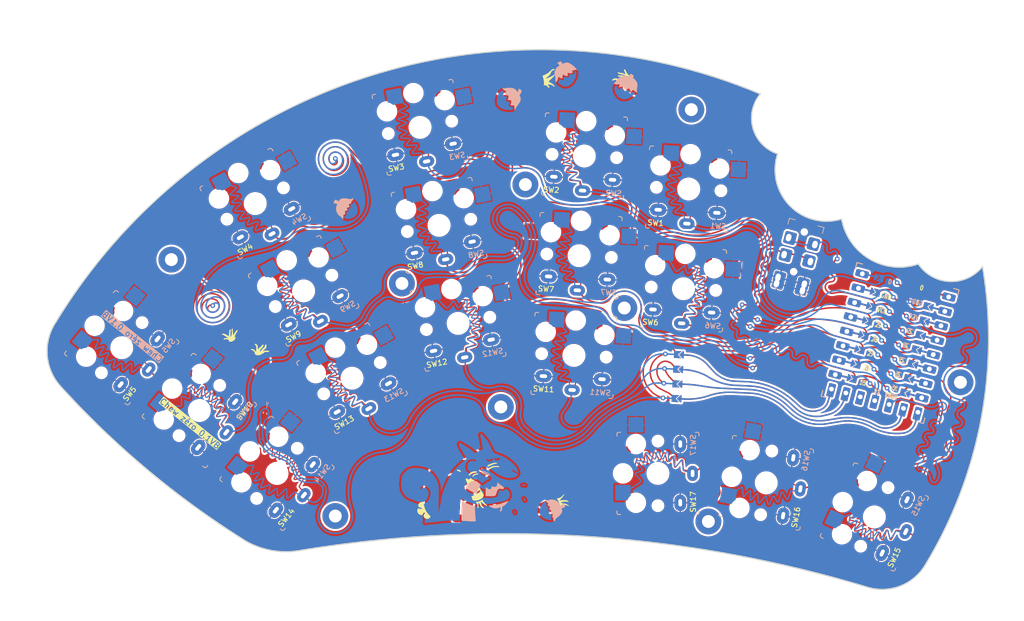
<source format=kicad_pcb>
(kicad_pcb (version 20240108) (generator "pcbnew") (generator_version "8.0")
  (layers (0 "F.Cu" signal) (31 "B.Cu" signal) (34 "B.Paste" user) (35 "F.Paste" user) (36 "B.SilkS" user "B.Silkscreen") (37 "F.SilkS" user "F.Silkscreen") (38 "B.Mask" user) (39 "F.Mask" user) (44 "Edge.Cuts" user))
  (net 0 "")
  (net 1 "gnd")
  (net 2 "vcc")
  (net 3 "Switch18")
  (net 4 "Switch1")
  (net 5 "Switch2")
  (net 6 "Switch3")
  (net 7 "Switch4")
  (net 8 "Switch5")
  (net 9 "Switch6")
  (net 10 "Switch7")
  (net 11 "Switch8")
  (net 12 "Switch9")
  (net 13 "Switch10")
  (net 14 "Switch11")
  (net 15 "Switch12")
  (net 16 "Switch13")
  (net 17 "Switch14")
  (net 18 "Switch15")
  (net 19 "Switch16")
  (net 20 "Switch17")
  (footprint "Kailh:TRRS-PJ-DPB2" (layer "F.Cu") (at 158.465857 81.856148 -15)
    (property "Reference" "J2" (hide yes))
    (property "Value" "AudioJack4dpb" (hide yes))
  )
  (footprint "* duckyb-collection:SW_PG1350_rev_DPB" (layer "F.Cu") (at 99.100143 98.965783 11)
    (property "Reference" "SW12" (hide yes))
    (property "Value" "SW_Push" (hide yes))
  )
  (footprint "BumWings_Library:RP2040-Zero" (layer "F.Cu") (at 160.930534 111.333056 -15)
    (property "Reference" "RZ1" (hide yes))
    (property "Value" "RP2040-Zero")
  )
  (footprint "LOGO" (layer "F.Cu") (at 128.745658 59.510571 -15)
    (property "Reference" "G***" (hide yes))
    (property "Value" "LOGO" (hide yes))
  )
  (footprint "clipboard:420c2a85-5b5b-48ff-b81a-8100f601aced" (layer "F.Cu") (at 136.136662 108.758541 -3)
    (property "Reference" "")
    (property "Value" "")
  )
  (footprint "LOGO" (layer "F.Cu") (at 60.74 102.74 1)
    (property "Reference" "G***" (hide yes))
    (property "Value" "LOGO" (hide yes))
  )
  (footprint "LOGO" (layer "F.Cu") (at 113.89 129.98 130)
    (property "Reference" "G***" (hide yes))
    (property "Value" "LOGO" (hide yes))
  )
  (footprint "LOGO" (layer "F.Cu") (at 111.265071 57.08426 80)
    (property "Reference" "G***" (hide yes))
    (property "Value" "LOGO" (hide yes))
  )
  (footprint "* duckyb-collection:SW_PG1350_rev_DPB" (layer "F.Cu") (at 137.472178 93.066994 -3)
    (property "Reference" "SW6" (hide yes))
    (property "Value" "SW_Push" (hide yes))
  )
  (footprint "* duckyb-collection:SW_PG1350_rev_DPB" (layer "F.Cu") (at 151.569968 126.121897 80)
    (property "Reference" "SW16" (hide yes))
    (property "Value" "SW_Push" (hide yes))
  )
  (footprint "" (layer "F.Cu") (at 141.72 132.7)
    (property "Reference" "")
    (property "Value" "")
  )
  (footprint "clipboard:420c2a85-5b5b-48ff-b81a-8100f601aced" (layer "F.Cu") (at 136.398342 103.765393 -3)
    (property "Reference" "")
    (property "Value" "")
  )
  (footprint "* duckyb-collection:SW_PG1350_rev_DPB" (layer "F.Cu") (at 64.551096 78.563424 29)
    (property "Reference" "SW4" (hide yes))
    (property "Value" "SW_Push" (hide yes))
  )
  (footprint "* duckyb-collection:SW_PG1350_rev_DPB" (layer "F.Cu") (at 68.24874 124.504304 51)
    (property "Reference" "SW14" (hide yes))
    (property "Value" "SW_Push" (hide yes))
  )
  (footprint "" (layer "F.Cu") (at 50.27 88.11)
    (property "Reference" "")
    (property "Value" "")
  )
  (footprint "LOGO" (layer "F.Cu") (at 65.15 105.36 1)
    (property "Reference" "G***" (hide yes))
    (property "Value" "LOGO" (hide yes))
  )
  (footprint "* duckyb-collection:SW_PG1350_rev_DPB" (layer "F.Cu") (at 72.792861 93.43196 29)
    (property "Reference" "SW9" (hide yes))
    (property "Value" "SW_Push" (hide yes))
  )
  (footprint "* duckyb-collection:SW_PG1350_rev_DPB" (layer "F.Cu") (at 120.595441 70.466826 -3)
    (property "Reference" "SW2" (hide yes))
    (property "Value" "SW_Push" (hide yes))
  )
  (footprint "" (layer "F.Cu") (at 138.81 62.57)
    (property "Reference" "")
    (property "Value" "")
  )
  (footprint "* duckyb-collection:SW_PG1350_rev_DPB" (layer "F.Cu") (at 81.034624 108.300494 29)
    (property "Reference" "SW13" (hide yes))
    (property "Value" "SW_Push" (hide yes))
  )
  (footprint "clipboard:420c2a85-5b5b-48ff-b81a-8100f601aced" (layer "F.Cu") (at 136.005822 111.255115 -3)
    (property "Reference" "")
    (property "Value" "")
  )
  (footprint "LOGO" (layer "F.Cu") (at 99.463241 123.228808 2)
    (property "Reference" "G***" (hide yes))
    (property "Value" "LOGO" (hide yes))
  )
  (footprint "" (layer "F.Cu") (at 184.64 109)
    (property "Reference" "")
    (property "Value" "")
  )
  (footprint "* duckyb-collection:SW_PG1350_rev_DPB" (layer "F.Cu") (at 169.979999 131.92572 65)
    (property "Reference" "SW15" (hide yes))
    (property "Value" "SW_Push" (hide yes))
  )
  (footprint "clipboard:420c2a85-5b5b-48ff-b81a-8100f601aced" (layer "F.Cu") (at 136.267502 106.261967 -3)
    (property "Reference" "")
    (property "Value" "")
  )
  (footprint "* duckyb-collection:SW_PG1350_rev_DPB" (layer "F.Cu") (at 41.825778 103.107413 51)
    (property "Reference" "SW5" (hide yes))
    (property "Value" "SW_Push" (hide yes))
  )
  (footprint "" (layer "F.Cu") (at 78.188929 131.772173)
    (property "Reference" "")
    (property "Value" "")
  )
  (footprint "* duckyb-collection:SW_PG1350_rev_DPB" (layer "F.Cu") (at 119.705729 87.443528 -3)
    (property "Reference" "SW7" (hide yes))
    (property "Value" "SW_Push" (hide yes))
  )
  (footprint "* duckyb-collection:SW_PG1350_rev_DPB" (layer "F.Cu") (at 95.85639 82.27812 11)
    (property "Reference" "SW8" (hide yes))
    (property "Value" "SW_Push" (hide yes))
  )
  (footprint "* duckyb-collection:SW_PG1350_rev_DPB" (layer "F.Cu") (at 138.361889 76.090292 -3)
    (property "Reference" "SW1" (hide yes))
    (property "Value" "SW_Push" (hide yes))
  )
  (footprint "* duckyb-collection:SW_PG1350_rev_DPB" (layer "F.Cu") (at 92.612637 65.590458 11)
    (property "Reference" "SW3" (hide yes))
    (property "Value" "SW_Push" (hide yes))
  )
  (footprint "* duckyb-collection:SW_PG1350_rev_DPB" (layer "F.Cu") (at 55.037259 113.805858 51)
    (property "Reference" "SW10" (hide yes))
    (property "Value" "SW_Push" (hide yes))
  )
  (footprint "* duckyb-collection:SW_PG1350_rev_DPB" (layer "F.Cu") (at 133.12631 124.510908 90)
    (property "Reference" "SW17" (hide yes))
    (property "Value" "SW_Push" (hide yes))
  )
  (footprint "* duckyb-collection:SW_PG1350_rev_DPB" (layer "F.Cu") (at 118.816018 104.42023 -3)
    (property "Reference" "SW11" (hide yes))
    (property "Value" "SW_Push" (hide yes))
  )
  (footprint "kbd:Tenting_Puck2" (layer "F.Cu") (at 108.465045 94.259561 -6.3)
    (property "Reference" "REF**" (hide yes))
    (property "Value" "Tenting Puck" (hide yes))
  )
  (footprint "LOGO" (layer "B.Cu") (at 67.836191 113.783843 -43)
    (property "Reference" "G***" (hide yes))
    (property "Value" "LOGO" (hide yes))
  )
  (footprint "LOGO" (layer "B.Cu") (at 107.73 60.92 120)
    (property "Reference" "G***" (hide yes))
    (property "Value" "LOGO" (hide yes))
  )
  (footprint "LOGO" (layer "B.Cu") (at 80.15 79.22 -145)
    (property "Reference" "G***" (hide yes))
    (property "Value" "LOGO" (hide yes))
  )
  (footprint "LOGO" (layer "B.Cu") (at 117.3 56.52 150)
    (property "Reference" "G***" (hide yes))
    (property "Value" "LOGO" (hide yes))
  )
  (footprint "LOGO" (layer "B.Cu") (at 127.63 58.77 160)
    (property "Reference" "G***" (hide yes))
    (property "Value" "LOGO" (hide yes))
  )
  (footprint "LOGO" (layer "B.Cu") (at 66.621125 112.295684 122)
    (property "Reference" "G***" (hide yes))
    (property "Value" "LOGO" (hide yes))
  )
  (footprint "LOGO" (layer "B.Cu") (at 68.150019 113.333546 -23)
    (property "Reference" "G***" (hide yes))
    (property "Value" "LOGO" (hide yes))
  )
  (footprint "LOGO" (layer "B.Cu") (at 115.04 130.87 85)
    (property "Reference" "G***" (hide yes))
    (property "Value" "LOGO" (hide yes))
  )
  (footprint "LOGO" (layer "B.Cu") (at 98.91084 123.897138 -179)
    (property "Reference" "G***" (hide yes))
    (property "Value" "LOGO" (hide yes))
  )
  (gr_arc (start 70.222647 122.566706) (mid 70.255793 122.499601) (end 70.314364 122.453007) (stroke (width 0.05)) (layer "B.SilkS"))
  (gr_arc (start 69.057962 121.906656) (mid 69.076803 121.819598) (end 69.126341 121.745569) (stroke (width 0.05)) (layer "B.SilkS"))
  (gr_arc (start 74.669794 125.910131) (mid 74.638096 125.801905) (end 74.683505 125.698678) (stroke (width 0.05)) (layer "B.SilkS"))
  (gr_arc (start 66.299185 120.292932) (mid 66.365542 120.21288) (end 66.456841 120.16312) (stroke (width 0.05)) (layer "B.SilkS"))
  (gr_arc (start 71.026865 123.72969) (mid 71.095208 123.666084) (end 71.18812 123.656912) (stroke (width 0.05)) (layer "B.SilkS"))
  (gr_arc (start 76.022966 126.617813) (mid 76.077011 126.561744) (end 76.153469 126.546912) (stroke (width 0.05)) (layer "B.SilkS"))
  (gr_arc (start 72.950652 125.812079) (mid 72.937194 125.714989) (end 72.993369 125.634666) (stroke (width 0.05)) (layer "B.SilkS"))
  (gr_arc (start 67.543451 121.277363) (mid 67.58 121.18) (end 67.64196 121.096475) (stroke (width 0.05)) (layer "B.SilkS"))
  (gr_arc (start 71.646824 125.072364) (mid 71.685922 125.019075) (end 71.739932 124.98098) (stroke (width 0.05)) (layer "B.SilkS"))
  (gr_arc (start 65.507235 118.729183) (mid 65.599183 118.661436) (end 65.713126 118.653625) (stroke (width 0.05)) (layer "B.SilkS"))
  (gr_arc (start 56.061848 113.796003) (mid 56.070033 113.68344) (end 56.120761 113.582627) (stroke (width 0.05)) (layer "F.SilkS"))
  (gr_arc (start 31.54 109.82) (mid 29.139107 104.441157) (end 30.62 98.74) (stroke (width 0.2)) (layer "Edge.Cuts"))
  (gr_arc (start 164.4 81.2) (mid 155.585268 78.954106) (end 153.5 70.1) (stroke (width 0.2)) (layer "Edge.Cuts"))
  (gr_arc (start 188.4 89.3) (mid 188.097567 115.544927) (end 178.67 140.04) (stroke (width 0.2)) (layer "Edge.Cuts"))
  (gr_arc (start 178.67 140.04) (mid 174.418328 143.675159) (end 168.828863 143.896452) (stroke (width 0.2)) (layer "Edge.Cuts"))
  (gr_arc (start 177.46 88.86) (mid 169.172585 88.026325) (end 164.4 81.2) (stroke (width 0.2)) (layer "Edge.Cuts"))
  (gr_arc (start 63.05 136.1) (mid 46.384788 124.051354) (end 31.54 109.82) (stroke (width 0.2)) (layer "Edge.Cuts"))
  (gr_arc (start 72.33 137.61) (mid 120.93861 135.239735) (end 168.828863 143.896452) (stroke (width 0.2)) (layer "Edge.Cuts"))
  (gr_arc (start 30.62 98.74) (mid 83.375574 57.058765) (end 150.55 59.9) (stroke (width 0.2)) (layer "Edge.Cuts"))
  (gr_arc (start 72.33 137.61) (mid 67.557893 137.66689) (end 63.05 136.1) (stroke (width 0.2)) (layer "Edge.Cuts"))
  (gr_arc (start 188.4 89.3) (mid 182.818971 91.840574) (end 177.46 88.86) (stroke (width 0.2)) (layer "Edge.Cuts"))
  (gr_arc (start 153.5 70.1) (mid 149.318606 65.782731) (end 150.55 59.9) (stroke (width 0.2)) (layer "Edge.Cuts"))
  (gr_text "Chew zéro 0.1VB" (at 43.24 101.72 321) (layer "B.SilkS" knockout) (effects (font (size 1 1)) (justify bottom mirror)))
  (gr_text "Chew zéro 0.1VB" (at 53.06 116.49 321) (layer "F.SilkS" knockout) (effects (font (size 1 1)) (justify bottom)))
  (segment (start 174.417189 115.236654) (end 174.959463 113.447236) (width 0.25) (layer "F.Cu") (net 0))
  (segment (start 141.723064 111.299606) (end 141.817917 111.267989) (width 0.25) (layer "F.Cu") (net 0))
  (segment (start 177.412914 114.104637) (end 176.981706 115.792869) (width 0.25) (layer "F.Cu") (net 0))
  (segment (start 155.552177 112.462126) (end 156.633754 113.453571) (width 0.25) (layer "F.Cu") (net 0))
  (segment (start 156.204968 112.146681) (end 157.164918 113.017896) (width 0.25) (layer "F.Cu") (net 0))
  (segment (start 161.866276 116.062152) (end 164.10572 115.69406) (width 0.25) (layer "F.Cu") (net 0))
  (segment (start 154.661243 113.327741) (end 155.568991 114.168524) (width 0.25) (layer "F.Cu") (net 0))
  (segment (start 161.323306 114.68068) (end 162.111316 114.496101) (width 0.25) (layer "F.Cu") (net 0))
  (segment (start 144.0044 110.012846) (end 148.668809 110.231065) (width 0.25) (layer "F.Cu") (net 0))
  (segment (start 146.252561 109.514836) (end 148.727419 109.62733) (width 0.25) (layer "F.Cu") (net 0))
  (segment (start 170.011323 116.231432) (end 170.298277 116.39124) (width 0.25) (layer "F.Cu") (net 0))
  (segment (start 136.744591 111.808127) (end 137.681738 111.854116) (width 0.25) (layer "F.Cu") (net 0))
  (segment (start 161.818796 115.46052) (end 163.757339 115.141576) (width 0.25) (layer "F.Cu") (net 0))
  (segment (start 137.137111 104.318405) (end 138.141283 104.36414) (width 0.25) (layer "F.Cu") (net 0))
  (segment (start 164.813097 111.944068) (end 165.145656 110.817635) (width 0.25) (layer "F.Cu") (net 0))
  (segment (start 146.17768 108.804056) (end 148.334295 108.901531) (width 0.25) (layer "F.Cu") (net 0))
  (segment (start 137.006271 106.814979) (end 137.780528 106.865101) (width 0.25) (layer "F.Cu") (net 0))
  (segment (start 141.507347 105.949343) (end 142.543835 107.093517) (width 0.25) (layer "F.Cu") (net 0))
  (segment (start 162.692205 110.160234) (end 162.09 112.26) (width 0.25) (layer "F.Cu") (net 0))
  (segment (start 145.895933 110.706022) (end 148.741368 110.842331) (width 0.25) (layer "F.Cu") (net 0))
  (segment (start 155.159241 112.934864) (end 156.030009 113.734258) (width 0.25) (layer "F.Cu") (net 0))
  (arc (start 173.626566 116.284479) (mid 171.977186 116.798605) (end 170.298277 116.39124) (width 0.25) (layer "F.Cu") (net 0))
  (arc (start 169.484373 116.61631) (mid 172.080139 117.557919) (end 174.839282 117.665176) (width 0.25) (layer "F.Cu") (net 0))
  (arc (start 136.9444 109.295829) (mid 138.961805 109.414501) (end 140.9644 109.685829) (width 0.25) (layer "F.Cu") (net 0))
  (arc (start 141.507347 105.949343) (mid 139.982762 104.820291) (end 138.141283 104.36414) (width 0.25) (layer "F.Cu") (net 0))
  (arc (start 164.813097 111.944068) (mid 163.806315 113.584385) (end 162.111316 114.496101) (width 0.25) (layer "F.Cu") (net 0))
  (arc (start 170.011323 116.231432) (mid 166.976638 115.156814) (end 163.757339 115.141576) (width 0.25) (layer "F.Cu") (net 0))
  (arc (start 148.741368 110.842331) (mid 151.920787 111.562264) (end 154.661243 113.327741) (width 0.25) (layer "F.Cu") (net 0))
  (arc (start 137.780528 106.865101) (mid 139.873557 107.259819) (end 141.809878 108.147661) (width 0.25) (layer "F.Cu") (net 0))
  (arc (start 144.2344 110.025829) (mid 142.593419 109.91335) (end 140.9644 109.685829) (width 0.25) (layer "F.Cu") (net 0))
  (arc (start 146.252561 109.514836) (mid 143.944241 109.113887) (end 141.809878 108.147661) (width 0.25) (layer "F.Cu") (net 0))
  (arc (start 141.723064 111.299606) (mid 139.728175 111.764707) (end 137.681738 111.854116) (width 0.25) (layer "F.Cu") (net 0))
  (arc (start 155.552177 112.462126) (mid 152.389136 110.444447) (end 148.727419 109.62733) (width 0.25) (layer "F.Cu") (net 0))
  (arc (start 173.626566 116.284479) (mid 174.115093 115.830898) (end 174.417189 115.236654) (width 0.25) (layer "F.Cu") (net 0))
  (arc (start 169.484373 116.61631) (mid 166.872476 115.703608) (end 164.10572 115.69406) (width 0.25) (layer "F.Cu") (net 0))
  (arc (start 156.204968 112.146681) (mid 152.553092 109.836609) (end 148.334295 108.901531) (width 0.25) (layer "F.Cu") (net 0))
  (arc (start 157.164918 113.017896) (mid 158.913999 113.871521) (end 160.848115 113.654282) (width 0.25) (layer "F.Cu") (net 0))
  (arc (start 176.981706 115.792869) (mid 176.201364 117.061859) (end 174.839282 117.665176) (width 0.25) (layer "F.Cu") (net 0))
  (arc (start 148.668809 110.231065) (mid 152.151637 111.012579) (end 155.159241 112.934864) (width 0.25) (layer "F.Cu") (net 0))
  (arc (start 162.09 112.26) (mid 161.628012 113.098721) (end 160.848115 113.654282) (width 0.25) (layer "F.Cu") (net 0))
  (arc (start 156.030009 113.734258) (mid 158.725546 115.264229) (end 161.818796 115.46052) (width 0.25) (layer "F.Cu") (net 0))
  (arc (start 155.568991 114.168524) (mid 158.498431 115.844298) (end 161.866276 116.062152) (width 0.25) (layer "F.Cu") (net 0))
  (arc (start 156.633754 113.453571) (mid 158.826425 114.648414) (end 161.323306 114.68068) (width 0.25) (layer "F.Cu") (net 0))
  (arc (start 146.17768 108.804056) (mid 144.189706 108.312167) (end 142.543835 107.093517) (width 0.25) (layer "F.Cu") (net 0))
  (arc (start 141.817917 111.267989) (mid 143.830887 110.798054) (end 145.895933 110.706022) (width 0.25) (layer "F.Cu") (net 0))
  (segment (start 141.724949 111.295324) (end 141.819802 111.263707) (width 0.25) (layer "B.Cu") (net 0))
  (segment (start 155.554062 112.457844) (end 156.635639 113.449289) (width 0.25) (layer "B.Cu") (net 0))
  (segment (start 174.419074 115.232372) (end 174.961348 113.442954) (width 0.25) (layer "B.Cu") (net 0))
  (segment (start 164.814982 111.939786) (end 165.147541 110.813353) (width 0.25) (layer "B.Cu") (net 0))
  (segment (start 146.179565 108.799774) (end 148.33618 108.897249) (width 0.25) (layer "B.Cu") (net 0))
  (segment (start 154.663128 113.323459) (end 155.570876 114.164242) (width 0.25) (layer "B.Cu") (net 0))
  (segment (start 161.868161 116.05787) (end 164.107605 115.689778) (width 0.25) (layer "B.Cu") (net 0))
  (segment (start 161.325191 114.676398) (end 162.113201 114.491819) (width 0.25) (layer "B.Cu") (net 0))
  (segment (start 146.254446 109.510554) (end 148.729304 109.623048) (width 0.25) (layer "B.Cu") (net 0))
  (segment (start 144.006285 110.008564) (end 148.670694 110.226783) (width 0.25) (layer "B.Cu") (net 0))
  (segment (start 137.008156 106.810697) (end 137.782413 106.860819) (width 0.25) (layer "B.Cu") (net 0))
  (segment (start 162.69409 110.155952) (end 162.091885 112.255718) (width 0.25) (layer "B.Cu") (net 0))
  (segment (start 155.161126 112.930582) (end 156.031894 113.729976) (width 0.25) (layer "B.Cu") (net 0))
  (segment (start 145.897818 110.70174) (end 148.743253 110.838049) (width 0.25) (layer "B.Cu") (net 0))
  (segment (start 177.414799 114.100355) (end 176.983591 115.788587) (width 0.25) (layer "B.Cu") (net 0))
  (segment (start 136.746476 111.803845) (end 137.683623 111.849834) (width 0.25) (layer "B.Cu") (net 0))
  (segment (start 137.138996 104.314123) (end 138.143168 104.359858) (width 0.25) (layer "B.Cu") (net 0))
  (segment (start 141.509232 105.945061) (end 142.54572 107.089235) (width 0.25) (layer "B.Cu") (net 0))
  (segment (start 156.206853 112.142399) (end 157.166803 113.013614) (width 0.25) (layer "B.Cu") (net 0))
  (segment (start 161.820681 115.456238) (end 163.759224 115.137294) (width 0.25) (layer "B.Cu") (net 0))
  (segment (start 170.013208 116.22715) (end 170.300162 116.386958) (width 0.25) (layer "B.Cu") (net 0))
  (arc (start 144.236285 110.021547) (mid 142.595304 109.909068) (end 140.966285 109.681547) (width 0.25) (layer "B.Cu") (net 0))
  (arc (start 157.166803 113.013614) (mid 158.915884 113.867239) (end 160.85 113.65) (width 0.25) (layer "B.Cu") (net 0))
  (arc (start 169.486258 116.612028) (mid 166.874361 115.699326) (end 164.107605 115.689778) (width 0.25) (layer "B.Cu") (net 0))
  (arc (start 148.743253 110.838049) (mid 151.922672 111.557982) (end 154.663128 113.323459) (width 0.25) (layer "B.Cu") (net 0))
  (arc (start 141.724949 111.295324) (mid 139.73006 111.760425) (end 137.683623 111.849834) (width 0.25) (layer "B.Cu") (net 0))
  (arc (start 148.670694 110.226783) (mid 152.153522 111.008297) (end 155.161126 112.930582) (width 0.25) (layer "B.Cu") (net 0))
  (arc (start 156.206853 112.142399) (mid 152.554977 109.832327) (end 148.33618 108.897249) (width 0.25) (layer "B.Cu") (net 0))
  (arc (start 173.628451 116.280197) (mid 174.116978 115.826616) (end 174.419074 115.232372) (width 0.25) (layer "B.Cu") (net 0))
  (arc (start 155.570876 114.164242) (mid 158.500316 115.840016) (end 161.868161 116.05787) (width 0.25) (layer "B.Cu") (net 0))
  (arc (start 156.635639 113.449289) (mid 158.82831 114.644132) (end 161.325191 114.676398) (width 0.25) (layer "B.Cu") (net 0))
  (arc (start 176.983591 115.788587) (mid 176.203249 117.057577) (end 174.841167 117.660894) (width 0.25) (layer "B.Cu") (net 0))
  (arc (start 162.091885 112.255718) (mid 161.629897 113.094439) (end 160.85 113.65) (width 0.25) (layer "B.Cu") (net 0))
  (arc (start 141.509232 105.945061) (mid 139.984647 104.816009) (end 138.143168 104.359858) (width 0.25) (layer "B.Cu") (net 0))
  (arc (start 146.179565 108.799774) (mid 144.191591 108.307885) (end 142.54572 107.089235) (width 0.25) (layer "B.Cu") (net 0))
  (arc (start 169.486258 116.612028) (mid 172.082024 117.553637) (end 174.841167 117.660894) (width 0.25) (layer "B.Cu") (net 0))
  (arc (start 137.782413 106.860819) (mid 139.875442 107.255537) (end 141.811763 108.143379) (width 0.25) (layer "B.Cu") (net 0))
  (arc (start 164.814982 111.939786) (mid 163.8082 113.580103) (end 162.113201 114.491819) (width 0.25) (layer "B.Cu") (net 0))
  (arc (start 136.946285 109.291547) (mid 138.96369 109.410219) (end 140.966285 109.681547) (width 0.25) (layer "B.Cu") (net 0))
  (arc (start 170.013208 116.22715) (mid 166.978523 115.152532) (end 163.759224 115.137294) (width 0.25) (layer "B.Cu") (net 0))
  (arc (start 156.031894 113.729976) (mid 158.727431 115.259947) (end 161.820681 115.456238) (width 0.25) (layer "B.Cu") (net 0))
  (arc (start 141.819802 111.263707) (mid 143.832772 110.793772) (end 145.897818 110.70174) (width 0.25) (layer "B.Cu") (net 0))
  (arc (start 146.254446 109.510554) (mid 143.946126 109.109605) (end 141.811763 108.143379) (width 0.25) (layer "B.Cu") (net 0))
  (arc (start 155.554062 112.457844) (mid 152.391021 110.440165) (end 148.729304 109.623048) (width 0.25) (layer "B.Cu") (net 0))
  (arc (start 173.628451 116.280197) (mid 171.979071 116.794323) (end 170.300162 116.386958) (width 0.25) (layer "B.Cu") (net 0))
  (segment (start 161.808892 93.326976) (end 161.765145 93.261708) (width 0.25) (layer "F.Cu") (net 2))
  (segment (start 163.451398 88.936251) (end 163.402964 88.90302) (width 0.25) (layer "F.Cu") (net 2))
  (segment (start 163.66 87.99) (end 163.63 88.05) (width 0.25) (layer "F.Cu") (net 2))
  (segment (start 162.997025 90.941222) (end 162.764662 90.784036) (width 0.25) (layer "F.Cu") (net 2))
  (segment (start 163.622908 87.994706) (end 163.66 87.99) (width 0.25) (layer "F.Cu") (net 2))
  (segment (start 165.634076 93.856361) (end 169.176368 94.805515) (width 0.25) (layer "F.Cu") (net 2))
  (segment (start 162.986595 89.873296) (end 163.226748 89.84514) (width 0.25) (layer "F.Cu") (net 2))
  (segment (start 162.339527 91.926426) (end 162.800397 91.848338) (width 0.25) (layer "F.Cu") (net 2))
  (via (at 163.66 87.99) (size 0.8) (drill 0.4) (layers "F.Cu" "B.Cu") (net 2))
  (arc (start 169.176368 94.805515) (mid 169.89 95.32) (end 169.976368 96.195515) (width 0.25) (layer "F.Cu") (net 2))
  (arc (start 162.986595 89.873296) (mid 162.559033 90.251516) (end 162.764662 90.784036) (width 0.25) (layer "F.Cu") (net 2))
  (arc (start 162.997025 90.941222) (mid 163.205522 91.461285) (end 162.800397 91.848338) (width 0.25) (layer "F.Cu") (net 2))
  (arc (start 161.808892 93.326976) (mid 162.352674 93.764673) (end 163.048888 93.815293) (width 0.25) (layer "F.Cu") (net 2))
  (arc (start 163.622908 87.994706) (mid 163.19988 88.373058) (end 163.402964 88.90302) (width 0.25) (layer "F.Cu") (net 2))
  (arc (start 165.634076 93.856361) (mid 164.34412 93.676089) (end 163.048888 93.815293) (width 0.25) (layer "F.Cu") (net 2))
  (arc (start 163.226748 89.84514) (mid 163.653919 89.468516) (end 163.451398 88.936251) (width 0.25) (layer "F.Cu") (net 2))
  (arc (start 161.765145 93.261708) (mid 161.68902 92.437784) (end 162.339527 91.926426) (width 0.25) (layer "F.Cu") (net 2))
  (segment (start 159.543479 85.581298) (end 159.859267 85.542394) (width 0.25) (layer "B.Cu") (net 2))
  (segment (start 184.90713 100.390415) (end 185.192085 100.231886) (width 0.25) (layer "B.Cu") (net 2))
  (segment (start 183.69 111.7) (end 184.776321 112.067164) (width 0.25) (layer "B.Cu") (net 2))
  (segment (start 174.789294 111.969142) (end 179.281568 113.154468) (width 0.25) (layer "B.Cu") (net 2))
  (segment (start 160.865636 85.166805) (end 159.859267 85.542394) (width 0.25) (layer "B.Cu") (net 2))
  (segment (start 180.876588 123.782176) (end 180.547902 122.949097) (width 0.25) (layer "B.Cu") (net 2))
  (segment (start 179.570097 117.691752) (end 179.173605 117.68184) (width 0.25) (layer "B.Cu") (net 2))
  (segment (start 184.242034 116.600228) (end 184.013127 116.617798) (width 0.25) (layer "B.Cu") (net 2))
  (segment (start 181.370401 113.84592) (end 181.714503 113.7771) (width 0.25) (layer "B.Cu") (net 2))
  (segment (start 183.571825 119.313912) (end 182.98743 119.319863) (width 0.25) (layer "B.Cu") (net 2))
  (segment (start 161.869239 86.34389) (end 161.922354 86.050042) (width 0.25) (layer "B.Cu") (net 2))
  (segment (start 173.528348 112.150545) (end 172.48884 112.784006) (width 0.25) (layer "B.Cu") (net 2))
  (segment (start 177.904023 122.653811) (end 177.636045 122.774137) (width 0.25) (layer "B.Cu") (net 2))
  (segment (start 185.168804 105.855593) (end 183.41 106.49) (width 0.25) (layer "B.Cu") (net 2))
  (segment (start 180.816352 115.666483) (end 180.092335 115.706504) (width 0.25) (layer "B.Cu") (net 2))
  (segment (start 178.472407 119.895747) (end 178.177763 119.895104) (width 0.25) (layer "B.Cu") (net 2))
  (segment (start 163.66 87.99) (end 163.639333 87.126123) (width 0.25) (layer "B.Cu") (net 2))
  (segment (start 186.272603 102.817169) (end 185.689796 102.914072) (width 0.25) (layer "B.Cu") (net 2))
  (segment (start 177.94082 98.391676) (end 178.035104 98.660413) (width 0.25) (layer "B.Cu") (net 2))
  (segment (start 179.737317 100.245866) (end 181.694111 100.7799) (width 0.25) (layer "B.Cu") (net 2))
  (segment (start 182.056745 122.090595) (end 181.151021 122.061812) (width 0.25) (layer "B.Cu") (net 2))
  (segment (start 177.801228 121.162298) (end 178.077503 121.341525) (width 0.25) (layer "B.Cu") (net 2))
  (segment (start 184.484689 115.102088) (end 184.593965 115.170494) (width 0.25) (layer "B.Cu") (net 2))
  (segment (start 183.697702 117.902446) (end 183.928092 118.046296) (width 0.25) (layer "B.Cu") (net 2))
  (arc (start 177.866465 123.862442) (mid 177.312388 123.41121) (end 177.636045 122.774137) (width 0.25) (layer "B.Cu") (net 2))
  (arc (start 180.547902 122.949097) (mid 180.605493 122.339618) (end 181.151021 122.061812) (width 0.25) (layer "B.Cu") (net 2))
  (arc (start 184.776321 112.067164) (mid 185.308629 112.838307) (end 184.72148 113.568561) (width 0.25) (layer "B.Cu") (net 2))
  (arc (start 187.288904 100.831722) (mid 187.280617 102.080311) (end 186.272603 102.817169) (width 0.25) (layer "B.Cu") (net 2))
  (arc (start 184.242034 116.600228) (mid 184.935308 116.012697) (end 184.593965 115.170494) (width 0.25) (layer "B.Cu") (net 2))
  (arc (start 180.816352 115.666483) (mid 181.314218 115.288718) (end 181.149911 114.68574) (width 0.25) (layer "B.Cu") (net 2))
  (arc (start 178.177763 119.895104) (mid 177.515708 120.38792) (end 177.801228 121.162298) (width 0.25) (layer "B.Cu") (net 2))
  (arc (start 179.532373 125.461905) (mid 179.989963 126.033688) (end 180.67454 125.773459) (width 0.25) (layer "B.Cu") (net 2))
  (arc (start 180.876588 123.782176) (mid 181.017587 124.802369) (end 180.67454 125.773459) (width 0.25) (layer "B.Cu") (net 2))
  (arc (start 178.812275 118.800742) (mid 178.574911 118.106296) (end 179.173605 117.68184) (width 0.25) (layer "B.Cu") (net 2))
  (arc (start 185.192085 100.231886) (mid 186.373058 100.068412) (end 187.288904 100.831722) (width 0.25) (layer "B.Cu") (net 2))
  (arc (start 179.532373 125.461905) (mid 179.018987 124.329332) (end 177.866465 123.862442) (width 0.25) (layer "B.Cu") (net 2))
  (arc (start 181.370401 113.84592) (mid 180.997872 114.196969) (end 181.149911 114.68574) (width 0.25) (layer "B.Cu") (net 2))
  (arc (start 178.035104 98.660413) (mid 178.690757 99.662987) (end 179.737317 100.245866) (width 0.25) (layer "B.Cu") (net 2))
  (arc (start 177.904023 122.653811) (mid 178.405225 122.052458) (end 178.077503 121.341525) (width 0.25) (layer "B.Cu") (net 2))
  (arc (start 179.836165 116.760975) (mid 180.063338 117.329329) (end 179.570097 117.691752) (width 0.25) (layer "B.Cu") (net 2))
  (arc (start 180.88406 112.662416) (mid 181.519072 112.390099) (end 182.127973 112.71664) (width 0.25) (layer "B.Cu") (net 2))
  (arc (start 180.092335 115.706504) (mid 179.572823 116.138649) (end 179.836165 116.760975) (width 0.25) (layer "B.Cu") (net 2))
  (arc (start 183.697702 117.902446) (mid 183.390317 117.145925) (end 184.013127 116.617798) (width 0.25) (layer "B.Cu") (net 2))
  (arc (start 184.90713 100.390415) (mid 183.338786 100.900003) (end 181.694111 100.7799) (width 0.25) (layer "B.Cu") (net 2))
  (arc (start 174.789294 111.969142) (mid 174.140226 111.930592) (end 173.528348 112.150545) (width 0.25) (layer "B.Cu") (net 2))
  (arc (start 162.773729 86.797165) (mid 162.151849 86.909028) (end 161.869239 86.34389) (width 0.25) (layer "B.Cu") (net 2))
  (arc (start 183.928092 118.046296) (mid 184.22513 118.813653) (end 183.571825 119.313912) (width 0.25) (layer "B.Cu") (net 2))
  (arc (start 163.639333 87.126123) (mid 163.3171 86.670697) (end 162.773729 86.797165) (width 0.25) (layer "B.Cu") (net 2))
  (arc (start 182.98743 119.319863) (mid 182.365768 119.777383) (end 182.602849 120.511941) (width 0.25) (layer "B.Cu") (net 2))
  (arc (start 178.812275 118.800742) (mid 179.046598 119.473719) (end 178.472407 119.895747) (width 0.25) (layer "B.Cu") (net 2))
  (arc (start 185.384993 104.249084) (mid 185.089707 103.47935) (end 185.689796 102.914072) (width 0.25) (layer "B.Cu") (net 2))
  (arc (start 179.281568 113.154468) (mid 180.153012 113.137065) (end 180.88406 112.662416) (width 0.25) (layer "B.Cu") (net 2))
  (arc (start 161.922354 86.050042) (mid 161.650797 85.301182) (end 160.865636 85.166805) (width 0.25) (layer "B.Cu") (net 2))
  (arc (start 185.384993 104.249084) (mid 185.764335 105.117935) (end 185.168804 105.855593) (width 0.25) (layer "B.Cu") (net 2))
  (arc (start 182.602849 120.511941) (mid 182.911083 121.502353) (end 182.056745 122.090595) (width 0.25) (layer "B.Cu") (net 2))
  (arc (start 181.714503 113.7771) (mid 182.211466 113.36003) (end 182.127973 112.71664) (width 0.25) (layer "B.Cu") (net 2))
  (arc (start 183.69 111.7) (mid 181.80027 109.189035) (end 183.41 106.49) (width 0.25) (layer "B.Cu") (net 2))
  (arc (start 184.72148 113.568561) (mid 184.098157 114.257359) (end 184.484689 115.102088) (width 0.25) (layer "B.Cu") (net 2))
  (arc (start 159.543479 85.581298) (mid 157.336947 85.402042) (end 155.381852 84.363379) (width 0.25) (layer "B.Cu") (net 2))
  (segment (start 150.068192 93.456788) (end 150.283084 93.43162) (width 0.25) (layer "F.Cu") (net 3))
  (segment (start 151.117386 89.941734) (end 150.958524 89.826198) (width 0.25) (layer "F.Cu") (net 3))
  (segment (start 147.46 95.79) (end 149.25254 95.858287) (width 0.25) (layer "F.Cu") (net 3))
  (segment (start 154.007791 86.784417) (end 154.605395 87.261158) (width 0.25) (layer "F.Cu") (net 3))
  (segment (start 158.924906 88.318101) (end 159.082809 88.440172) (width 0.25) (layer "F.Cu") (net 3))
  (via (at 147.46 95.79) (size 0.8) (drill 0.4) (layers "F.Cu" "B.Cu") (net 3))
  (arc (start 151.289308 88.597172) (mid 151.816115 88.195756) (end 151.699735 87.543746) (width 0.25) (layer "F.Cu") (net 3))
  (arc (start 151.289308 88.597172) (mid 150.701284 89.097937) (end 150.958524 89.826198) (width 0.25) (layer "F.Cu") (net 3))
  (arc (start 149.25254 95.858287) (mid 150.031674 95.339871) (end 149.785049 94.437109) (width 0.25) (layer "F.Cu") (net 3))
  (arc (start 151.699735 87.543746) (mid 151.555503 86.765401) (end 152.175526 86.273265) (width 0.25) (layer "F.Cu") (net 3))
  (arc (start 158.924906 88.318101) (mid 156.877305 87.331409) (end 154.605395 87.261158) (width 0.25) (layer "F.Cu") (net 3))
  (arc (start 154.007791 86.784417) (mid 153.143525 86.342473) (end 152.175526 86.273265) (width 0.25) (layer "F.Cu") (net 3))
  (arc (start 150.610315 92.161578) (mid 150.882094 92.908781) (end 150.283084 93.43162) (width 0.25) (layer "F.Cu") (net 3))
  (arc (start 150.610315 92.161578) (mid 150.339647 91.450106) (end 150.890555 90.924797) (width 0.25) (layer "F.Cu") (net 3))
  (arc (start 149.785049 94.437109) (mid 149.600897 93.85287) (end 150.068192 93.456788) (width 0.25) (layer "F.Cu") (net 3))
  (arc (start 151.117386 89.941734) (mid 151.329097 90.508283) (end 150.890555 90.924797) (width 0.25) (layer "F.Cu") (net 3))
  (segment (start 147.609357 101.352435) (end 147.30145 101.472767) (width 0.25) (layer "B.Cu") (net 3))
  (segment (start 146.39848 96.769887) (end 146.573162 96.755095) (width 0.25) (layer "B.Cu") (net 3))
  (segment (start 170.623414 110.037603) (end 170.048161 112.126605) (width 0.25) (layer "B.Cu") (net 3))
  (segment (start 154.839026 103.535572) (end 154.486754 103.861341) (width 0.25) (layer "B.Cu") (net 3))
  (segment (start 157.121138 104.766871) (end 157.290131 104.587444) (width 0.25) (layer "B.Cu") (net 3))
  (segment (start 161.208046 105.79657) (end 165.46 106.96) (width 0.25) (layer "B.Cu") (net 3))
  (segment (start 152.22604 102.745341) (end 151.860555 103.108251) (width 0.25) (layer "B.Cu") (net 3))
  (segment (start 150.63833 102.587892) (end 150.638743 102.562178) (width 0.25) (layer "B.Cu") (net 3))
  (segment (start 156.010296 104.251184) (end 156.023466 104.135876) (width 0.25) (layer "B.Cu") (net 3))
  (segment (start 158.555941 105.638048) (end 158.554571 105.087332) (width 0.25) (layer "B.Cu") (net 3))
  (segment (start 149.769286 102.21731) (end 149.759697 102.227831) (width 0.25) (layer "B.Cu") (net 3))
  (segment (start 149.759697 102.227831) (end 149.62966 102.370521) (width 0.25) (layer "B.Cu") (net 3))
  (arc (start 169.76 107.91) (mid 170.552655 108.827324) (end 170.623414 110.037603) (width 0.25) (layer "B.Cu") (net 3))
  (arc (start 145.965054 98.699107) (mid 146.277957 98.277152) (end 146.083702 97.789083) (width 0.25) (layer "B.Cu") (net 3))
  (arc (start 146.565058 100.655387) (mid 146.565363 100.108097) (end 146.119634 99.790523) (width 0.25) (layer "B.Cu") (net 3))
  (arc (start 146.39848 96.769887) (mid 145.897383 97.173334) (end 146.083702 97.789083) (width 0.25) (layer "B.Cu") (net 3))
  (arc (start 157.290131 104.587444) (mid 158.09185 104.408647) (end 158.554571 105.087332) (width 0.25) (layer "B.Cu") (net 3))
  (arc (start 154.839026 103.535572) (mid 155.640006 103.423825) (end 156.023466 104.135876) (width 0.25) (layer "B.Cu") (net 3))
  (arc (start 149.769286 102.21731) (mid 150.323169 102.089342) (end 150.638743 102.562178) (width 0.25) (layer "B.Cu") (net 3))
  (arc (start 167.72 107.28) (mid 168.785959 107.44618) (end 169.76 107.91) (width 0.25) (layer "B.Cu") (net 3))
  (arc (start 147.46 95.79) (mid 147.204623 96.445332) (end 146.573162 96.755095) (width 0.25) (layer "B.Cu") (net 3))
  (arc (start 152.22604 102.745341) (mid 152.920818 102.62859) (end 153.262607 103.244648) (width 0.25) (layer "B.Cu") (net 3))
  (arc (start 154.486754 103.861341) (mid 153.660776 103.977599) (end 153.262607 103.244648) (width 0.25) (layer "B.Cu") (net 3))
  (arc (start 148.474102 101.933189) (mid 148.903315 102.544409) (end 149.62966 102.370521) (width 0.25) (layer "B.Cu") (net 3))
  (arc (start 165.46 106.96) (mid 166.579284 107.195684) (end 167.72 107.28) (width 0.25) (layer "B.Cu") (net 3))
  (arc (start 146.565058 100.655387) (mid 146.650635 101.318693) (end 147.30145 101.472767) (width 0.25) (layer "B.Cu") (net 3))
  (arc (start 161.208046 105.79657) (mid 160.433557 105.786905) (end 159.752616 106.156022) (width 0.25) (layer "B.Cu") (net 3))
  (arc (start 157.121138 104.766871) (mid 156.379709 104.909709) (end 156.010296 104.251184) (width 0.25) (layer "B.Cu") (net 3))
  (arc (start 148.474102 101.933189) (mid 148.193634 101.416625) (end 147.609357 101.352435) (width 0.25) (layer "B.Cu") (net 3))
  (arc (start 146.119634 99.790523) (mid 145.63298 99.302794) (end 145.965054 98.699107) (width 0.25) (layer "B.Cu") (net 3))
  (arc (start 159.752616 106.156022) (mid 158.98464 106.28897) (end 158.555941 105.638048) (width 0.25) (layer "B.Cu") (net 3))
  (arc (start 151.860555 103.108251) (mid 151.074414 103.259181) (end 150.63833 102.587892) (width 0.25) (layer "B.Cu") (net 3))
  (segment (start 164.980281 91.015881) (end 169.81 92.31) (width 0.25) (layer "B.Cu") (net 4))
  (segment (start 151.12615 91.52625) (end 152.158799 87.381886) (width 0.25) (layer "B.Cu") (net 4))
  (segment (start 151.552069 83.369422) (end 151.41301 83.140083) (width 0.25) (layer "B.Cu") (net 4))
  (arc (start 146.54 81.9) (mid 142.437665 83.0097) (end 138.3 82.04) (width 0.25) (layer "B.Cu") (net 4))
  (arc (start 171.19 91.64) (mid 170.628568 92.239813) (end 169.81 92.31) (width 0.25) (layer "B.Cu") (net 4))
  (arc (start 151.12615 91.52625) (mid 151.210872 94.031556) (end 152.60512 96.114776) (width 0.25) (layer "B.Cu") (net 4))
  (arc (start 160.43 93.84) (mid 162.237417 91.408836) (end 165.25 91.09) (width 0.25) (layer "B.Cu") (net 4))
  (arc (start 152.16 87.38) (mid 152.256928 85.313943) (end 151.552069 83.369422) (width 0.25) (layer "B.Cu") (net 4))
  (arc (start 146.54 81.9) (mid 149.296093 81.499039) (end 151.47 83.24) (width 0.25) (layer "B.Cu") (net 4))
  (arc (start 152.60512 96.114776) (mid 154.840895 97.201432) (end 157.323815 97.080307) (width 0.25) (layer "B.Cu") (net 4))
  (arc (start 157.323815 97.080307) (mid 159.319771 95.837843) (end 160.445018 93.773519) (width 0.25) (layer "B.Cu") (net 4))
  (segment (start 150.418398 91.578327) (end 151.555935 86.983071) (width 0.25) (layer "B.Cu") (net 5))
  (segment (start 151.939799 96.368476) (end 152.267104 96.651549) (width 0.25) (layer "B.Cu") (net 5))
  (segment (start 164.343556 93.476562) (end 169.171432 94.770187) (width 0.25) (layer "B.Cu") (net 5))
  (segment (start 157.360337 97.703052) (end 157.865468 97.543536) (width 0.25) (layer "B.Cu") (net 5))
  (segment (start 151.061497 83.761932) (end 150.971199 83.614052) (width 0.25) (layer "B.Cu") (net 5))
  (arc (start 161.14 94.74) (mid 162.591097 93.545901) (end 164.47 93.51) (width 0.25) (layer "B.Cu") (net 5))
  (arc (start 152.267104 96.651549) (mid 154.676819 97.840418) (end 157.360337 97.703052) (width 0.25) (layer "B.Cu") (net 5))
  (arc (start 146.79 82.45) (mid 143.609663 83.766856) (end 140.19 84.16) (width 0.25) (layer "B.Cu") (net 5))
  (arc (start 151.061497 83.761932) (mid 151.631777 85.321912) (end 151.557136 86.981185) (width 0.25) (layer "B.Cu") (net 5))
  (arc (start 140.19 84.16) (mid 134.734118 83.064772) (end 130 80.14) (width 0.25) (layer "B.Cu") (net 5))
  (arc (start 170.551432 94.100187) (mid 169.99 94.699999) (end 169.171432 94.770187) (width 0.25) (layer "B.Cu") (net 5))
  (arc (start 161.14 94.74) (mid 159.737733 96.453431) (end 157.82 97.56) (width 0.25) (layer "B.Cu") (net 5))
  (arc (start 120.47 76.53) (mid 125.598972 77.374154) (end 130 80.14) (width 0.25) (layer "B.Cu") (net 5))
  (arc (start 150.418398 91.578327) (mid 150.503071 94.188115) (end 151.939799 96.368476) (width 0.25) (layer "B.Cu") (net 5))
  (arc (start 146.79 82.45) (mid 149.128872 82.17405) (end 150.98 83.63) (width 0.25) (layer "B.Cu") (net 5))
  (segment (start 163.681773 95.966085) (end 162.8 95.74) (width 0.25) (layer "B.Cu") (net 6))
  (segment (start 163.681773 95.966085) (end 168.511432 97.260187) (width 0.25) (layer "B.Cu") (net 6))
  (segment (start 113.3 74.63) (end 113.856194 76.340368) (width 0.25) (layer "B.Cu") (net 6))
  (segment (start 93.840982 71.728091) (end 93.73841 71.382058) (width 0.25) (layer "B.Cu") (net 6))
  (segment (start 149.740561 91.467282) (end 150.885019 86.814485) (width 0.25) (layer "B.Cu") (net 6))
  (segment (start 151.393401 96.729522) (end 151.835242 97.117781) (width 0.25) (layer "B.Cu") (net 6))
  (segment (start 110.25 72.49) (end 108.887931 72.598966) (width 0.25) (layer "B.Cu") (net 6))
  (arc (start 121.54 78.59) (mid 118.740765 78.813791) (end 115.98 78.3) (width 0.25) (layer "B.Cu") (net 6))
  (arc (start 104.044276 70.17434) (mid 104.861372 70.447872) (end 105.498097 71.028526) (width 0.25) (layer "B.Cu") (net 6))
  (arc (start 97.040107 74.272671) (mid 98.917335 73.81049) (end 100.19807 72.362345) (width 0.25) (layer "B.Cu") (net 6))
  (arc (start 110.25 72.49) (mid 112.157783 73.014445) (end 113.3 74.63) (width 0.25) (layer "B.Cu") (net 6))
  (arc (start 160.91 96.24) (mid 159.341255 97.531689) (end 157.46 98.3) (width 0.25) (layer "B.Cu") (net 6))
  (arc (start 147.19 82.99) (mid 143.865995 84.411476) (end 140.28 84.87) (width 0.25) (layer "B.Cu") (net 6))
  (arc (start 105.498097 71.028526) (mid 106.986787 72.258893) (end 108.887931 72.598966) (width 0.25) (layer "B.Cu") (net 6))
  (arc (start 169.891432 96.590187) (mid 169.33 97.189999) (end 168.511432 97.260187) (width 0.25) (layer "B.Cu") (net 6))
  (arc (start 115.98 78.3) (mid 114.654164 77.554699) (end 113.84 76.27) (width 0.25) (layer "B.Cu") (net 6))
  (arc (start 140.28 84.87) (mid 134.497209 83.804929) (end 129.51 80.69) (width 0.25) (layer "B.Cu") (net 6))
  (arc (start 150.445405 83.946827) (mid 150.951656 85.33573) (end 150.88622 86.812599) (width 0.25) (layer "B.Cu") (net 6))
  (arc (start 160.91 96.24) (mid 161.785818 95.728576) (end 162.8 95.74) (width 0.25) (layer "B.Cu") (net 6))
  (arc (start 104.044276 70.17434) (mid 101.763421 70.639471) (end 100.19807 72.362345) (width 0.25) (layer "B.Cu") (net 6))
  (arc (start 149.740561 91.467282) (mid 149.830972 94.329578) (end 151.393401 96.729522) (width 0.25) (layer "B.Cu") (net 6))
  (arc (start 157.493522 98.299171) (mid 154.508791 98.45368) (end 151.835242 97.117781) (width 0.25) (layer "B.Cu") (net 6))
  (arc (start 97.040107 74.272671) (mid 95.039511 73.504571) (end 93.840982 71.728091) (width 0.25) (layer "B.Cu") (net 6))
  (arc (start 147.19 82.99) (mid 148.984846 82.883946) (end 150.44 83.94) (width 0.25) (layer "B.Cu") (net 6))
  (arc (start 121.54 78.59) (mid 125.785973 78.649545) (end 129.51 80.69) (width 0.25) (layer "B.Cu") (net 6))
  (segment (start 82.67 70.37) (end 82.772483 70.473112) (width 0.25) (layer "F.Cu") (net 7))
  (segment (start 115.78301 77.440944) (end 115.78 77.44) (width 0.25) (layer "F.Cu") (net 7))
  (segment (start 71.354653 83.102624) (end 70.732326 83.861941) (width 0.25) (layer "F.Cu") (net 7))
  (segment (start 150.09 98.33) (end 147.482116 97.555193) (width 0.25) (layer "F.Cu") (net 7))
  (segment (start 151.107319 85.373664) (end 150.029867 85.882942) (width 0.25) (layer "F.Cu") (net 7))
  (segment (start 77.159991 75.16038) (end 75.34 73.019999) (width 0.25) (layer "F.Cu") (net 7))
  (segment (start 88.34 73.28) (end 88.196502 73.256859) (width 0.25) (layer "F.Cu") (net 7))
  (segment (start 146.458277 93.728743) (end 146.745303 93.533677) (width 0.25) (layer "F.Cu") (net 7))
  (segment (start 108.7199 70.9868) (end 108.696881 70.914744) (width 0.25) (layer "F.Cu") (net 7))
  (via (at 150.09 98.33) (size 0.8) (drill 0.4) (layers "F.Cu" "B.Cu") (net 7))
  (arc (start 146.745303 93.533677) (mid 147.926603 92.031256) (end 148.024329 90.122535) (width 0.25) (layer "F.Cu") (net 7))
  (arc (start 147.205751 81.07) (mid 142.233962 83.667077) (end 136.625751 83.56) (width 0.25) (layer "F.Cu") (net 7))
  (arc (start 73.371478 82.502731) (mid 75.853586 82.462518) (end 77.813782 80.939327) (width 0.25) (layer "F.Cu") (net 7))
  (arc (start 125.38 76.87) (mid 120.626147 78.102598) (end 115.76 77.44) (width 0.25) (layer "F.Cu") (net 7))
  (arc (start 77.813782 80.939327) (mid 78.368087 77.950142) (end 77.159991 75.16038) (width 0.25) (layer "F.Cu") (net 7))
  (arc (start 136.751037 83.580171) (mid 134.74521 83.465543) (end 132.787645 83.918314) (width 0.25) (layer "F.Cu") (net 7))
  (arc (start 147.482116 97.555193) (mid 146.293992 96.796478) (end 145.689115 95.523095) (width 0.25) (layer "F.Cu") (net 7))
  (arc (start 110.73 72.49) (mid 109.483784 72.06323) (end 108.72 70.99) (width 0.25) (layer "F.Cu") (net 7))
  (arc (start 110.73 72.49) (mid 112.420504 73.171924) (end 113.35 74.74) (width 0.25) (layer "F.Cu") (net 7))
  (arc (start 147.205751 81.07) (mid 149.567217 80.272532) (end 151.855751 81.26) (width 0.25) (layer "F.Cu") (net 7))
  (arc (start 150.029867 85.882942) (mid 148.269966 87.644248) (end 148.03008 90.122535) (width 0.25) (layer "F.Cu") (net 7))
  (arc (start 82.67 70.37) (mid 82.034604 69.724463) (end 81.43 69.05) (width 0.25) (layer "F.Cu") (net 7))
  (arc (start 132.89 83.88) (mid 129.978773 83.235702) (end 129.31 80.33) (width 0.25) (layer "F.Cu") (net 7))
  (arc (start 108.463651 68.125281) (mid 108.422141 69.533236) (end 108.696881 70.914744) (width 0.25) (layer "F.Cu") (net 7))
  (arc (start 98.6799 71.5468) (mid 93.585494 73.231436) (end 88.2199 73.2668) (width 0.25) (layer "F.Cu") (net 7))
  (arc (start 103.3399 68.2368) (mid 104.140579 70.280266) (end 102.1199 71.1368) (width 0.25) (layer "F.Cu") (net 7))
  (arc (start 115.78 77.44) (mid 114.230378 76.39116) (end 113.35 74.74) (width 0.25) (layer "F.Cu") (net 7))
  (arc (start 80.03 67.87) (mid 80.762161 68.421843) (end 81.43 69.05) (width 0.25) (layer "F.Cu") (net 7))
  (arc (start 67.411473 83.72368) (mid 69.037394 84.621509) (end 70.732326 83.861941) (width 0.25) (layer "F.Cu") (net 7))
  (arc (start 103.3399 68.2368) (mid 102.106559 64.821786) (end 105.4199 63.3368) (width 0.25) (layer "F.Cu") (net 7))
  (arc (start 75.34 73.019999) (mid 75.492328 68.448178) (end 80.03 67.87) (width 0.25) (layer "F.Cu") (net 7))
  (arc (start 88.196502 73.256859) (mid 85.263958 72.294703) (end 82.772483 70.473112) (width 0.25) (layer "F.Cu") (net 7))
  (arc (start 146.458277 93.728743) (mid 145.811371 94.513471) (end 145.689115 95.523095) (width 0.25) (layer "F.Cu") (net 7))
  (arc (start 151.855751 81.26) (mid 152.51453 83.54618) (end 151.035751 85.41) (width 0.25) (layer "F.Cu") (net 7))
  (arc (start 105.4199 63.3368) (mid 107.834022 65.182874) (end 108.4599 68.1568) (width 0.25) (layer "F.Cu") (net 7))
  (arc (start 125.38 76.87) (mid 128.48594 77.304077) (end 129.31 80.33) (width 0.25) (layer "F.Cu") (net 7))
  (arc (start 98.6799 71.5468) (mid 100.3614 71.018777) (end 102.1199 71.1368) (width 0.25) (layer "F.Cu") (net 7))
  (arc (start 73.371478 82.502731) (mid 72.271079 82.493438) (end 71.354653 83.102624) (width 0.25) (layer "F.Cu") (net 7))
  (segment (start 158.960098 98.509935) (end 158.163701 98.759757) (width 0.25) (layer "B.Cu") (net 7))
  (segment (start 150.09 98.33) (end 150.362706 98.461083) (width 0.25) (layer "B.Cu") (net 7))
  (segment (start 164.91256 98.895398) (end 167.841432 99.680187) (width 0.25) (layer "B.Cu") (net 7))
  (segment (start 150.11 98.36) (end 150.09 98.33) (width 0.25) (layer "B.Cu") (net 7))
  (segment (start 161.048091 98.259084) (end 161.046677 98.258992) (width 0.25) (layer "B.Cu") (net 7))
  (arc (start 169.221432 99.010187) (mid 168.66 99.609999) (end 167.841432 99.680187) (width 0.25) (layer "B.Cu") (net 7))
  (arc (start 158.163701 98.759757) (mid 154.237397 99.284461) (end 150.362706 98.461083) (width 0.25) (layer "B.Cu") (net 7))
  (arc (start 161.046677 98.258992) (mid 159.991794 98.288063) (end 158.960098 98.509935) (width 0.25) (layer "B.Cu") (net 7))
  (arc (start 164.91256 98.895398) (mid 162.996024 98.481898) (end 161.048091 98.259084) (width 0.25) (layer "B.Cu") (net 7))
  (segment (start 58.614318 93.462273) (end 56.750259 92.438819) (width 0.25) (layer "F.Cu") (net 8))
  (segment (start 52.866184 86.933619) (end 52.74 86.71) (width 0.25) (layer "F.Cu") (net 8))
  (segment (start 47.989512 89.801234) (end 48.73199 90.890394) (width 0.25) (layer "F.Cu") (net 8))
  (segment (start 147.342469 98.719468) (end 148.84 99.49) (width 0.25) (layer "F.Cu") (net 8))
  (segment (start 88.930342 74.025617) (end 88.117399 73.918272) (width 0.25) (layer "F.Cu") (net 8))
  (segment (start 110.62 78.09) (end 110.621178 78.089948) (width 0.25) (layer "F.Cu") (net 8))
  (segment (start 47.199066 107.654541) (end 46.410938 106.84525) (width 0.25) (layer "F.Cu") (net 8))
  (segment (start 54.031712 89.366195) (end 54.030997 89.364405) (width 0.25) (layer "F.Cu") (net 8))
  (segment (start 50.812337 104.032288) (end 50.727633 104.083434) (width 0.25) (layer "F.Cu") (net 8))
  (segment (start 115.616143 78.410826) (end 115.615056 78.410637) (width 0.25) (layer "F.Cu") (net 8))
  (segment (start 150.692067 84.843892) (end 149.62 85.34466) (width 0.25) (layer "F.Cu") (net 8))
  (segment (start 108.066043 71.167626) (end 107.953575 70.794136) (width 0.25) (layer "F.Cu") (net 8))
  (segment (start 79.606943 68.468428) (end 79.61 68.47) (width 0.25) (layer "F.Cu") (net 8))
  (via (at 57.317843 95.944383) (size 0.8) (drill 0.4) (layers "F.Cu" "B.Cu") (net 8))
  (via (at 78.195258 70.902391) (size 0.8) (drill 0.4) (layers "F.Cu" "B.Cu") (net 8))
  (via (at 148.84 99.49) (size 0.8) (drill 0.4) (layers "F.Cu" "B.Cu") (net 8))
  (arc (start 107.953575 70.794136) (mid 107.715006 69.476584) (end 107.778752 68.138869) (width 0.25) (layer "F.Cu") (net 8))
  (arc (start 49.378438 106.848171) (mid 49.17668 107.625516) (end 48.500474 108.058769) (width 0.25) (layer "F.Cu") (net 8))
  (arc (start 98.9599 72.2468) (mid 93.865497 73.931417) (end 88.4999 73.9668) (width 0.25) (layer "F.Cu") (net 8))
  (arc (start 58.251965 94.187702) (mid 54.91798 95.184075) (end 55.928348 98.513846) (width 0.25) (layer "F.Cu") (net 8))
  (arc (start 49.378438 106.848171) (mid 49.645354 105.266854) (end 50.727633 104.083434) (width 0.25) (layer "F.Cu") (net 8))
  (arc (start 125.78 77.56) (mid 127.99295 77.961599) (end 128.59 80.13) (width 0.25) (layer "F.Cu") (net 8))
  (arc (start 54.031712 89.366195) (mid 55.123824 91.138882) (end 56.750259 92.438819) (width 0.25) (layer "F.Cu") (net 8))
  (arc (start 98.9599 72.2468) (mid 100.514886 71.760874) (end 102.1399 71.8768) (width 0.25) (layer "F.Cu") (net 8))
  (arc (start 57.295988 95.940039) (mid 56.528528 96.123957) (end 56.712444 96.891416) (width 0.25) (layer "F.Cu") (net 8))
  (arc (start 77.706706 71.898478) (mid 77.218345 70.376421) (end 78.752425 69.927243) (width 0.25) (layer "F.Cu") (net 8))
  (arc (start 47.199066 107.654541) (mid 47.798418 108.021932) (end 48.500474 108.058769) (width 0.25) (layer "F.Cu") (net 8))
  (arc (start 133 84.53) (mid 129.401947 83.726218) (end 128.59 80.13) (width 0.25) (layer "F.Cu") (net 8))
  (arc (start 151.195751 81.69) (mid 151.798319 83.43542) (end 150.635751 84.87) (width 0.25) (layer "F.Cu") (net 8))
  (arc (start 78.204288 70.899451) (mid 78.45501 71.647753) (end 77.706707 71.898476) (width 0.25) (layer "F.Cu") (net 8))
  (arc (start 103.8899 67.7268) (mid 102.896626 65.056492) (end 105.5999 64.1568) (width 0.25) (layer "F.Cu") (net 8))
  (arc (start 57.83 94.959999) (mid 55.663332 95.591912) (end 56.283545 97.761957) (width 0.25) (layer "F.Cu") (net 8))
  (arc (start 108.066143 71.170826) (mid 108.3453 72.659793) (end 107.98 74.13) (width 0.25) (layer "F.Cu") (net 8))
  (arc (start 51.463759 100.213141) (mid 52.012239 102.271823) (end 50.812337 104.032288) (width 0.25) (layer "F.Cu") (net 8))
  (arc (start 76.746316 73.423183) (mid 75.699252 69.515491) (end 79.606943 68.468428) (width 0.25) (layer "F.Cu") (net 8))
  (arc (start 147.665751 81.66) (mid 149.437078 80.930517) (end 151.195751 81.69) (width 0.25) (layer "F.Cu") (net 8))
  (arc (start 79.59 68.46) (mid 80.540554 69.160784) (end 81.34 70.03) (width 0.25) (layer "F.Cu") (net 8))
  (arc (start 78.752426 69.927242) (mid 79.364692 72.099543) (end 77.195727 72.723521) (width 0.25) (layer "F.Cu") (net 8))
  (arc (start 125.78 77.56) (mid 120.735503 78.776945) (end 115.56 78.4) (width 0.25) (layer "F.Cu") (net 8))
  (arc (start 110.62 78.09) (mid 108.180846 76.856103) (end 107.98 74.13) (width 0.25) (layer "F.Cu") (net 8))
  (arc (start 110.621178 78.089948) (mid 113.12679 78.115236) (end 115.615056 78.410637) (width 0.25) (layer "F.Cu") (net 8))
  (arc (start 147.340353 90.106595) (mid 147.628112 87.317725) (end 149.62 85.34466) (width 0.25) (layer "F.Cu") (net 8))
  (arc (start 145.090255 95.557525) (mid 145.832274 97.412093) (end 147.342469 98.719468) (width 0.25) (layer "F.Cu") (net 8))
  (arc (start 84.35 72.57) (mid 82.72721 71.439586) (end 81.34 70.03) (width 0.25) (layer "F.Cu") (net 8))
  (arc (start 79.183764 69.160139) (mid 80.105535 72.515516) (end 76.746316 73.423183) (width 0.25) (layer "F.Cu") (net 8))
  (arc (start 103.8899 67.7268) (mid 104.894111 70.594241) (end 102.1399 71.8768) (width 0.25) (layer "F.Cu") (net 8))
  (arc (start 54.030997 89.364405) (mid 53.48925 88.129528) (end 52.866184 86.933619) (width 0.25) (layer "F.Cu") (net 8))
  (arc (start 105.5999 64.1568) (mid 107.363411 65.771963) (end 107.7799 68.1268) (width 0.25) (layer "F.Cu") (net 8))
  (arc (start 55.928348 98.513846) (mid 59.797119 97.331043) (end 58.614318 93.462273) (width 0.25) (layer "F.Cu") (net 8))
  (arc (start 147.665751 81.66) (mid 142.515738 84.331556) (end 136.715751 84.19) (width 0.25) (layer "F.Cu") (net 8))
  (arc (start 47.989512 89.801234) (mid 48.721481 85.730295) (end 52.74 86.71) (width 0.25) (layer "F.Cu") (net 8))
  (arc (start 56.712442 96.891415) (mid 58.262013 96.499002) (end 57.83 94.96) (width 0.25) (layer "F.Cu") (net 8))
  (arc (start 146.206954 93.042868) (mid 147.234131 91.752682) (end 147.334602 90.106595) (width 0.25) (layer "F.Cu") (net 8))
  (arc (start 77.195726 72.723524) (mid 76.396773 69.941519) (end 79.183764 69.16014) (width 0.25) (layer "F.Cu") (net 8))
  (arc (start 51.463759 100.213141) (mid 50.392371 98.251458) (end 50.124168 96.032381) (width 0.25) (layer "F.Cu") (net 8))
  (arc (start 84.219317 72.49457) (mid 86.090136 73.420593) (end 88.117399 73.918272) (width 0.25) (layer "F.Cu") (net 8))
  (arc (start 48.73199 90.890394) (mid 49.861377 93.344073) (end 50.124168 96.032381) (width 0.25) (layer "F.Cu") (net 8))
  (arc (start 145.090255 95.557525) (mid 145.286927 94.139587) (end 146.206954 93.042868) (width 0.25) (layer "F.Cu") (net 8))
  (arc (start 132.966453 84.542951) (mid 134.83514 84.105365) (end 136.752257 84.197336) (width 0.25) (layer "F.Cu") (net 8))
  (arc (start 56.283544 97.761959) (mid 59.066195 96.965272) (end 58.251964 94.187702) (width 0.25) (layer "F.Cu") (net 8))
  (segment (start 149.849814 99.709111) (end 148.84 99.49) (width 0.25) (layer "B.Cu") (net 8))
  (segment (start 54.543857 95.428335) (end 54.54435 95.424934) (width 0.25) (layer "B.Cu") (net 8))
  (segment (start 148.84 99.49) (end 148.86 99.49) (width 0.25) (layer "B.Cu") (net 8))
  (segment (start 80.659441 69.513888) (end 80.661303 69.516779) (width 0.25) (layer "B.Cu") (net 8))
  (segment (start 70.351811 84.27087) (end 70.352404 84.270288) (width 0.25) (layer "B.Cu") (net 8))
  (segment (start 61.517987 87.683358) (end 66.528048 86.416711) (width 0.25) (layer "B.Cu") (net 8))
  (segment (start 158.382019 99.36237) (end 158.343598 99.373943) (width 0.25) (layer "B.Cu") (net 8))
  (segment (start 163.588451 101.18013) (end 167.171432 102.140187) (width 0.25) (layer "B.Cu") (net 8))
  (segment (start 80.659441 69.513888) (end 81.0972 70.198346) (width 0.25) (layer "B.Cu") (net 8))
  (arc (start 76.443718 71.993301) (mid 77.142806 69.184537) (end 79.947102 69.901339) (width 0.25) (layer "B.Cu") (net 8))
  (arc (start 79.947102 69.901338) (mid 79.067691 73.268065) (end 75.704688 72.374518) (width 0.25) (layer "B.Cu") (net 8))
  (arc (start 79.190001 70.35) (mid 78.634088 72.5374) (end 76.44372 71.993299) (width 0.25) (layer "B.Cu") (net 8))
  (arc (start 70.352404 84.270288) (mid 68.582614 85.597196) (end 66.528048 86.416711) (width 0.25) (layer "B.Cu") (net 8))
  (arc (start 60.16 96.52) (mid 56.806095 98.782237) (end 54.543857 95.428335) (width 0.25) (layer "B.Cu") (net 8))
  (arc (start 161.366443 100.000839) (mid 159.956306 99.297957) (end 158.382019 99.36237) (width 0.25) (layer "B.Cu") (net 8))
  (arc (start 59.352146 96.322863) (mid 56.981822 97.98402) (end 55.335658 95.603259) (width 0.25) (layer "B.Cu") (net 8))
  (arc (start 54.54435 95.424934) (mid 56.855171 90.494793) (end 61.517987 87.683358) (width 0.25) (layer "B.Cu") (net 8))
  (arc (start 58.405691 96.10833) (mid 57.125552 97.065618) (end 56.201398 95.761355) (width 0.25) (layer "B.Cu") (net 8))
  (arc (start 56.201396 95.761354) (mid 58.056013 94.475213) (end 59.352142 96.322861) (width 0.25) (layer "B.Cu") (net 8))
  (arc (start 75.912133 82.670245) (mid 72.929814 82.76814) (end 70.351811 84.27087) (width 0.25) (layer "B.Cu") (net 8))
  (arc (start 168.551432 101.470187) (mid 167.99 102.069999) (end 167.171432 102.140187) (width 0.25) (layer "B.Cu") (net 8))
  (arc (start 55.335657 95.60326) (mid 58.208129 93.639304) (end 60.16 96.52) (width 0.25) (layer "B.Cu") (net 8))
  (arc (start 79.513227 82.814632) (mid 77.706388 82.899982) (end 75.912133 82.670245) (width 0.25) (layer "B.Cu") (net 8))
  (arc (start 158.343598 99.373943) (mid 154.118029 100.081879) (end 149.849814 99.709111) (width 0.25) (layer "B.Cu") (net 8))
  (arc (start 81.0972 70.198346) (mid 82.838116 73.732308) (end 83.756101 77.563624) (width 0.25) (layer "B.Cu") (net 8))
  (arc (start 78.229195 70.917887) (mid 78.072176 71.691297) (end 77.298765 71.534279) (width 0.25) (layer "B.Cu") (net 8))
  (arc (start 83.268401 80.201825) (mid 83.716155 78.92039) (end 83.756101 77.563624) (width 0.25) (layer "B.Cu") (net 8))
  (arc (start 77.298762 71.53428) (mid 77.636859 69.971959) (end 79.19 70.35) (width 0.25) (layer "B.Cu") (net 8))
  (arc (start 75.704688 72.374518) (mid 76.75175 68.466826) (end 80.659441 69.513888) (width 0.25) (layer "B.Cu") (net 8))
  (arc (start 163.588451 101.18013) (mid 162.410505 100.716645) (end 161.366443 100.000839) (width 0.25) (layer "B.Cu") (net 8))
  (arc (start 83.268401 80.201825) (mid 81.705977 81.961121) (end 79.513227 82.814632) (width 0.25) (layer "B.Cu") (net 8))
  (arc (start 57.299094 95.963108) (mid 57.925001 95.482422) (end 58.405688 96.108328) (width 0.25) (layer "B.Cu") (net 8))
  (segment (start 160.628467 96.574778) (end 159.546221 96.805104) (width 0.25) (layer "F.Cu") (net 9))
  (segment (start 166.594931 96.730256) (end 168.46 97.23) (width 0.25) (layer "F.Cu") (net 9))
  (segment (start 138.393177 99.227342) (end 137.163396 98.958908) (width 0.25) (layer "F.Cu") (net 9))
  (arc (start 139.493518 100.224956) (mid 139.076469 99.57934) (end 138.393177 99.227342) (width 0.25) (layer "F.Cu") (net 9))
  (arc (start 168.46 97.23) (mid 169.173655 97.744479) (end 169.26 98.62) (width 0.25) (layer "F.Cu") (net 9))
  (arc (start 159.546221 96.805104) (mid 156.780256 97.771453) (end 154.344005 99.398972) (width 0.25) (layer "F.Cu") (net 9))
  (arc (start 148.659244 102.071667) (mid 151.687185 101.129904) (end 154.344005 99.398972) (width 0.25) (layer "F.Cu") (net 9))
  (arc (start 148.659244 102.071667) (mid 144.595171 102.228916) (end 140.618329 101.376383) (width 0.25) (layer "F.Cu") (net 9))
  (arc (start 166.594931 96.730256) (mid 163.620905 96.299236) (end 160.628467 96.574778) (width 0.25) (layer "F.Cu") (net 9))
  (arc (start 139.493518 100.224956) (mid 139.920838 100.932646) (end 140.618329 101.376383) (width 0.25) (layer "F.Cu") (net 9))
  (segment (start 140.21733 101.923665) (end 139.991519 101.84146) (width 0.25) (layer "F.Cu") (net 10))
  (segment (start 119.947042 93.960937) (end 119.396947 93.335442) (width 0.25) (layer "F.Cu") (net 10))
  (segment (start 160.582949 98.257734) (end 159.756132 98.206633) (width 0.25) (layer "F.Cu") (net 10))
  (segment (start 135.447462 101.079205) (end 132.84 101.12) (width 0.25) (layer "F.Cu") (net 10))
  (segment (start 165.300519 99.027587) (end 167.81 99.7) (width 0.25) (layer "F.Cu") (net 10))
  (segment (start 123.1 95.47) (end 122.420878 95.350528) (width 0.25) (layer "F.Cu") (net 10))
  (arc (start 135.447462 101.079205) (mid 137.754449 101.251934) (end 139.991519 101.84146) (width 0.25) (layer "F.Cu") (net 10))
  (arc (start 148.815022 102.738975) (mid 144.464001 102.88151) (end 140.21733 101.923665) (width 0.25) (layer "F.Cu") (net 10))
  (arc (start 132.84 101.12) (mid 130.462807 100.058757) (end 130.04 97.49) (width 0.25) (layer "F.Cu") (net 10))
  (arc (start 148.815022 102.738975) (mid 152.126396 101.715641) (end 155.027063 99.81882) (width 0.25) (layer "F.Cu") (net 10))
  (arc (start 159.756132 98.206633) (mid 157.23228 98.545359) (end 155.027063 99.81882) (width 0.25) (layer "F.Cu") (net 10))
  (arc (start 167.81 99.7) (mid 168.523656 100.214479) (end 168.61 101.09) (width 0.25) (layer "F.Cu") (net 10))
  (arc (start 125.01 94.76) (mid 128.776532 93.819062) (end 130.04 97.49) (width 0.25) (layer "F.Cu") (net 10))
  (arc (start 119.947042 93.960937) (mid 121.065532 94.866565) (end 122.420878 95.350528) (width 0.25) (layer "F.Cu") (net 10))
  (arc (start 125.01 94.76) (mid 124.163639 95.407253) (end 123.1 95.47) (width 0.25) (layer "F.Cu") (net 10))
  (arc (start 165.300519 99.027587) (mid 162.961003 98.524579) (end 160.582949 98.257734) (width 0.25) (layer "F.Cu") (net 10))
  (segment (start 104.709156 85.76825) (end 104.323051 85.919474) (width 0.25) (layer "F.Cu") (net 11))
  (segment (start 139.821079 102.524199) (end 139.8205 102.523979) (width 0.25) (layer "F.Cu") (net 11))
  (segment (start 135.267581 101.752163) (end 132.98 101.81) (width 0.25) (layer "F.Cu") (net 11))
  (segment (start 122.98 96.2) (end 117.512297 95.026566) (width 0.25) (layer "F.Cu") (net 11))
  (segment (start 98.855534 90.267102) (end 98.77797 90.249805) (width 0.25) (layer "F.Cu") (net 11))
  (segment (start 161.321244 100.426055) (end 159.295506 99.599621) (width 0.25) (layer "F.Cu") (net 11))
  (segment (start 107.649156 92.237232) (end 108.838003 91.079734) (width 0.25) (layer "F.Cu") (net 11))
  (segment (start 163.423981 101.133578) (end 167.18 102.14) (width 0.25) (layer "F.Cu") (net 11))
  (arc (start 98.855534 90.267102) (mid 100.795869 89.964466) (end 102.011938 88.422489) (width 0.25) (layer "F.Cu") (net 11))
  (arc (start 159.295506 99.599621) (mid 157.455279 99.391789) (end 155.777641 100.176115) (width 0.25) (layer "F.Cu") (net 11))
  (arc (start 127.242198 99.27326) (mid 125.687729 98.765551) (end 124.64 97.51) (width 0.25) (layer "F.Cu") (net 11))
  (arc (start 111.161385 95.728237) (mid 114.279964 94.862598) (end 117.512297 95.026566) (width 0.25) (layer "F.Cu") (net 11))
  (arc (start 167.18 102.14) (mid 167.893656 102.654479) (end 167.98 103.53) (width 0.25) (layer "F.Cu") (net 11))
  (arc (start 135.267581 101.752163) (mid 137.581658 101.916164) (end 139.8205 102.523979) (width 0.25) (layer "F.Cu") (net 11))
  (arc (start 163.423981 101.133578) (mid 162.361505 100.812829) (end 161.321244 100.426055) (width 0.25) (layer "F.Cu") (net 11))
  (arc (start 107.87224 95.398777) (mid 107.0269 93.86978) (end 107.649156 92.237232) (width 0.25) (layer "F.Cu") (net 11))
  (arc (start 109.114866 86.971765) (mid 107.111412 85.640045) (end 104.709156 85.76825) (width 0.25) (layer "F.Cu") (net 11))
  (arc (start 127.242198 99.27326) (mid 128.250905 99.577382) (end 129.07 100.24) (width 0.25) (layer "F.Cu") (net 11))
  (arc (start 102.011938 88.422489) (mid 102.879792 86.905308) (end 104.323051 85.919474) (width 0.25) (layer "F.Cu") (net 11))
  (arc (start 132.98 101.81) (mid 130.837071 101.493027) (end 129.07 100.24) (width 0.25) (layer "F.Cu") (net 11))
  (arc (start 148.801756 103.431128) (mid 152.515439 102.287325) (end 155.777641 100.176115) (width 0.25) (layer "F.Cu") (net 11))
  (arc (start 98.77797 90.249805) (mid 97.505279 89.468493) (end 96.982163 88.06972) (width 0.25) (layer "F.Cu") (net 11))
  (arc (start 122.98 96.2) (mid 123.972851 96.648688) (end 124.64 97.51) (width 0.25) (layer "F.Cu") (net 11))
  (arc (start 139.821079 102.524199) (mid 144.251723 103.568407) (end 148.801756 103.431128) (width 0.25) (layer "F.Cu") (net 11))
  (arc (start 108.838003 91.079734) (mid 109.76303 89.078763) (end 109.114866 86.971765) (width 0.25) (layer "F.Cu") (net 11))
  (arc (start 111.161385 95.728237) (mid 109.471989 96.010977) (end 107.87224 95.398777) (width 0.25) (layer "F.Cu") (net 11))
  (segment (start 148.84 104.91) (end 148.88 104.91) (width 0.25) (layer "F.Cu") (net 12))
  (segment (start 154.770707 101.948663) (end 155.314086 101.480777) (width 0.25) (layer "F.Cu") (net 12))
  (segment (start 162.955753 103.639604) (end 166.54 104.6) (width 0.25) (layer "F.Cu") (net 12))
  (segment (start 151.072557 104.113647) (end 148.84 104.91) (width 0.25) (layer "F.Cu") (net 12))
  (segment (start 160.744701 102.451614) (end 159.680333 101.51001) (width 0.25) (layer "F.Cu") (net 12))
  (via (at 148.84 104.91) (size 0.8) (drill 0.4) (layers "F.Cu" "B.Cu") (net 12))
  (arc (start 166.54 104.6) (mid 167.253656 105.114479) (end 167.34 105.99) (width 0.25) (layer "F.Cu") (net 12))
  (arc (start 159.680333 101.51001) (mid 157.502691 100.676674) (end 155.314086 101.480777) (width 0.25) (layer "F.Cu") (net 12))
  (arc (start 154.770707 101.948663) (mid 153.019997 103.199178) (end 151.072557 104.113647) (width 0.25) (layer "F.Cu") (net 12))
  (arc (start 162.955753 103.639604) (mid 161.781242 103.174002) (end 160.744701 102.451614) (width 0.25) (layer "F.Cu") (net 12))
  (segment (start 148.84 104.91) (end 147.960204 104.828884) (width 0.25) (layer "B.Cu") (net 12))
  (segment (start 105.782839 83.003769) (end 105.857081 83.072907) (width 0.25) (layer "B.Cu") (net 12))
  (segment (start 133.429324 100.591487) (end 132.68 100.5) (width 0.25) (layer "B.Cu") (net 12))
  (segment (start 122.46 95.47) (end 113.88637 94.718417) (width 0.25) (layer "B.Cu") (net 12))
  (segment (start 106.608122 87.580338) (end 104.947904 87.542377) (width 0.25) (layer "B.Cu") (net 12))
  (segment (start 79.533377 99.291646) (end 75.653238 98.592216) (width 0.25) (layer "B.Cu") (net 12))
  (segment (start 97.320125 90.579925) (end 97.20885 90.568108) (width 0.25) (layer "B.Cu") (net 12))
  (segment (start 75.704698 98.636996) (end 75.653238 98.592216) (width 0.25) (layer "B.Cu") (net 12))
  (segment (start 94.232429 90.579723) (end 94.23 90.58) (width 0.25) (layer "B.Cu") (net 12))
  (segment (start 111.507161 87.917787) (end 110.836448 89.155382) (width 0.25) (layer "B.Cu") (net 12))
  (segment (start 135.274094 101.149559) (end 135.27364 101.149331) (width 0.25) (layer "B.Cu") (net 12))
  (arc (start 147.960204 104.828884) (mid 146.262126 104.259542) (end 144.997274 102.991525) (width 0.25) (layer "B.Cu") (net 12))
  (arc (start 113.88637 94.718417) (mid 111.310613 93.390942) (end 110.404418 90.638575) (width 0.25) (layer "B.Cu") (net 12))
  (arc (start 85.74 94.36) (mid 84.127217 95.759102) (end 82.952089 97.541562) (width 0.25) (layer "B.Cu") (net 12))
  (arc (start 110.404418 90.638575) (mid 110.541141 89.873647) (end 110.836448 89.155382) (width 0.25) (layer "B.Cu") (net 12))
  (arc (start 111.873967 82.796133) (mid 112.243275 85.396547) (end 111.507161 87.917787) (width 0.25) (layer "B.Cu") (net 12))
  (arc (start 79.533377 99.291646) (mid 81.53829 98.993976) (end 82.952089 97.541562) (width 0.25) (layer "B.Cu") (net 12))
  (arc (start 125.18 94.47) (mid 128.726356 93.782813) (end 130.246728 97.059601) (width 0.25) (layer "B.Cu") (net 12))
  (arc (start 132.68 100.5) (mid 130.68891 99.327544) (end 130.246728 97.059601) (width 0.25) (layer "B.Cu") (net 12))
  (arc (start 86.57 92.52) (mid 86.407908 93.554083) (end 85.74 94.36) (width 0.25) (layer "B.Cu") (net 12))
  (arc (start 105.871435 79.3361) (mid 105.002544 81.150016) (end 105.782839 83.003769) (width 0.25) (layer "B.Cu") (net 12))
  (arc (start 94.23 90.58) (mid 92.613794 90.466616) (end 91.12393 89.83) (width 0.25) (layer "B.Cu") (net 12))
  (arc (start 97.320125 90.579925) (mid 98.975057 90.386578) (end 100.386335 89.500765) (width 0.25) (layer "B.Cu") (net 12))
  (arc (start 125.18 94.47) (mid 123.937799 95.290413) (end 122.46 95.47) (width 0.25) (layer "B.Cu") (net 12))
  (arc (start 135.274094 101.149559) (mid 137.915608 101.859591) (end 140.622529 101.466759) (width 0.25) (layer "B.Cu") (net 12))
  (arc (start 86.57 92.52) (mid 87.982005 89.710701) (end 91.12393 89.83) (width 0.25) (layer "B.Cu") (net 12))
  (arc (start 135.27364 101.149331) (mid 134.37556 100.790802) (end 133.429324 100.591487) (width 0.25) (layer "B.Cu") (net 12))
  (arc (start 97.20885 90.568108) (mid 95.720321 90.492205) (end 94.232429 90.579723) (width 0.25) (layer "B.Cu") (net 12))
  (arc (start 108.455285 84.289059) (mid 107.060493 83.885305) (end 105.857081 83.072907) (width 0.25) (layer "B.Cu") (net 12))
  (arc (start 109.002325 79.158217) (mid 110.726634 80.749466) (end 111.873967 82.796133) (width 0.25) (layer "B.Cu") (net 12))
  (arc (start 109.300692 85.520867) (mid 109.154326 84.715303) (end 108.455285 84.289059) (width 0.25) (layer "B.Cu") (net 12))
  (arc (start 109.002325 79.158217) (mid 107.407172 78.724251) (end 105.871435 79.3361) (width 0.25) (layer "B.Cu") (net 12))
  (arc (start 144.997274 102.991525) (mid 143.080803 101.451891) (end 140.622529 101.466759) (width 0.25) (layer "B.Cu") (net 12))
  (arc (start 100.386335 89.500765) (mid 102.454114 88.025429) (end 104.947904 87.542377) (width 0.25) (layer "B.Cu") (net 12))
  (arc (start 109.300692 85.520867) (mid 108.316235 87.023668) (end 106.608122 87.580338) (width 0.25) (layer "B.Cu") (net 12))
  (segment (start 159.900964 104.138879) (end 158.964928 102.753293) (width 0.25) (layer "F.Cu") (net 13))
  (segment (start 149.26 106.57) (end 149.3 106.56) (width 0.25) (layer "F.Cu") (net 13))
  (segment (start 151.58551 105.151916) (end 149.26 106.57) (width 0.25) (layer "F.Cu") (net 13))
  (segment (start 155.494238 102.290305) (end 155.48668 102.29682) (width 0.25) (layer "F.Cu") (net 13))
  (segment (start 162.951936 106.313467) (end 165.85 107.09) (width 0.25) (layer "F.Cu") (net 13))
  (via (at 149.26 106.57) (size 0.8) (drill 0.4) (layers "F.Cu" "B.Cu") (net 13))
  (arc (start 165.85 107.09) (mid 166.563656 107.604479) (end 166.65 108.48) (width 0.25) (layer "F.Cu") (net 13))
  (arc (start 158.964928 102.753293) (mid 157.333528 101.742622) (end 155.494238 102.290305) (width 0.25) (layer "F.Cu") (net 13))
  (arc (start 162.951936 106.313467) (mid 161.230036 105.501744) (end 159.900964 104.138879) (width 0.25) (layer "F.Cu") (net 13))
  (arc (start 151.58551 105.151916) (mid 153.592955 103.802061) (end 155.48668 102.29682) (width 0.25) (layer "F.Cu") (net 13))
  (segment (start 63.489362 111.866647) (end 63.714791 113.050146) (width 0.25) (layer "B.Cu") (net 13))
  (segment (start 149.26 106.57) (end 148.101752 106.280438) (width 0.25) (layer "B.Cu") (net 13))
  (segment (start 68.02731 105.130603) (end 68.956231 105.108193) (width 0.25) (layer "B.Cu") (net 13))
  (segment (start 110.929901 87.406447) (end 110.135768 88.815706) (width 0.25) (layer "B.Cu") (net 13))
  (segment (start 122.34 96.14) (end 113.825084 95.464837) (width 0.25) (layer "B.Cu") (net 13))
  (segment (start 86.09 94.86) (end 86.0694 94.87353) (width 0.25) (layer "B.Cu") (net 13))
  (segment (start 94.297873 91.180212) (end 94.3 91.18) (width 0.25) (layer "B.Cu") (net 13))
  (segment (start 109.887699 85.48193) (end 109.822634 85.766027) (width 0.25) (layer "B.Cu") (net 13))
  (segment (start 132.908164 101.17013) (end 132.63 101.15) (width 0.25) (layer "B.Cu") (net 13))
  (segment (start 127.13 99.19) (end 128.74 99.26) (width 0.25) (layer "B.Cu") (net 13))
  (segment (start 106.630916 88.247225) (end 105.171459 88.212109) (width 0.25) (layer "B.Cu") (net 13))
  (segment (start 79.712571 99.929814) (end 78.906929 99.831568) (width 0.25) (layer "B.Cu") (net 13))
  (segment (start 97.501935 91.193585) (end 97.322515 91.176237) (width 0.25) (layer "B.Cu") (net 13))
  (segment (start 61.098497 117.280447) (end 59.622419 117.518847) (width 0.25) (layer "B.Cu") (net 13))
  (arc (start 63.967251 107.823865) (mid 63.416695 109.80861) (end 63.489362 111.866647) (width 0.25) (layer "B.Cu") (net 13))
  (arc (start 109.822634 85.766027) (mid 108.669012 87.575502) (end 106.630916 88.247225) (width 0.25) (layer "B.Cu") (net 13))
  (arc (start 68.956231 105.108193) (mid 70.156636 104.636699) (end 70.77068 103.502588) (width 0.25) (layer "B.Cu") (net 13))
  (arc (start 106.330569 82.652533) (mid 107.404385 83.354388) (end 108.639225 83.702089) (width 0.25) (layer "B.Cu") (net 13))
  (arc (start 109.887699 85.48193) (mid 109.659192 84.314424) (end 108.639225 83.702089) (width 0.25) (layer "B.Cu") (net 13))
  (arc (start 132.63 101.15) (mid 131.383093 100.782118) (end 130.36 99.98) (width 0.25) (layer "B.Cu") (net 13))
  (arc (start 75.058422 101.110301) (mid 76.838983 100.038473) (end 78.906929 99.831568) (width 0.25) (layer "B.Cu") (net 13))
  (arc (start 110.135768 88.815706) (mid 109.766517 89.69138) (end 109.60493 90.628163) (width 0.25) (layer "B.Cu") (net 13))
  (arc (start 83.563021 97.783455) (mid 81.987408 99.483845) (end 79.712571 99.929814) (width 0.25) (layer "B.Cu") (net 13))
  (arc (start 86.09 94.86) (mid 87.112304 94.468769) (end 88.18 94.71) (width 0.25) (layer "B.Cu") (net 13))
  (arc (start 135.275647 101.792124) (mid 138.028855 102.47997) (end 140.835359 102.059491) (width 0.25) (layer "B.Cu") (net 13))
  (arc (start 63.967251 107.823865) (mid 65.608873 105.891741) (end 68.02731 105.130603) (width 0.25) (layer "B.Cu") (net 13))
  (arc (start 128.74 99.26) (mid 129.6227 99.456425) (end 130.36 99.98) (width 0.25) (layer "B.Cu") (net 13))
  (arc (start 106.343489 79.742019) (mid 105.683556 81.194369) (end 106.330569 82.652533) (width 0.25) (layer "B.Cu") (net 13))
  (arc (start 108.544111 79.603147) (mid 107.42005 79.296178) (end 106.343489 79.742019) (width 0.25) (layer "B.Cu") (net 13))
  (arc (start 92.33 92.79) (mid 90.730277 94.777292) (end 88.18 94.71) (width 0.25) (layer "B.Cu") (net 13))
  (arc (start 97.501935 91.193585) (mid 99.286673 90.974991) (end 100.811653 90.022317) (width 0.25) (layer "B.Cu") (net 13))
  (arc (start 111.275275 83.093629) (mid 110.182986 81.134574) (end 108.544111 79.603147) (width 0.25) (layer "B.Cu") (net 13))
  (arc (start 92.33 92.79) (mid 93.037992 91.646052) (end 94.3 91.18) (width 0.25) (layer "B.Cu") (net 13))
  (arc (start 63.714791 113.050146) (mid 63.619307 114.878197) (end 62.689176 116.45482) (width 0.25) (layer "B.Cu") (net 13))
  (arc (start 94.297873 91.180212) (mid 95.810097 91.10429) (end 97.322515 91.176237) (width 0.25) (layer "B.Cu") (net 13))
  (arc (start 86.0694 94.87353) (mid 84.612196 96.152771) (end 83.563021 97.783455) (width 0.25) (layer "B.Cu") (net 13))
  (arc (start 105.171459 88.212109) (mid 102.799775 88.655317) (end 100.811653 90.022317) (width 0.25) (layer "B.Cu") (net 13))
  (arc (start 144.323745 103.374323) (mid 145.910105 105.220854) (end 148.101752 106.280438) (width 0.25) (layer "B.Cu") (net 13))
  (arc (start 75.058422 101.110301) (mid 73.83963 101.882299) (end 72.417244 102.123553) (width 0.25) (layer "B.Cu") (net 13))
  (arc (start 111.275275 83.093629) (mid 111.57716 85.288077) (end 110.929901 87.406447) (width 0.25) (layer "B.Cu") (net 13))
  (arc (start 135.275647 101.792124) (mid 134.120704 101.371512) (end 132.908164 101.17013) (width 0.25) (layer "B.Cu") (net 13))
  (arc (start 113.825084 95.464837) (mid 110.72907 93.906761) (end 109.60493 90.628163) (width 0.25) (layer "B.Cu") (net 13))
  (arc (start 122.34 96.14) (mid 123.74855 96.686671) (end 124.77 97.8) (width 0.25) (layer "B.Cu") (net 13))
  (arc (start 127.13 99.19) (mid 125.769284 98.801828) (end 124.77 97.8) (width 0.25) (layer "B.Cu") (net 13))
  (arc (start 144.323745 103.374323) (mid 142.821748 102.074351) (end 140.835359 102.059491) (width 0.25) (layer "B.Cu") (net 13))
  (arc (start 62.689176 116.45482) (mid 61.960157 116.995435) (end 61.098497 117.280447) (width 0.25) (layer "B.Cu") (net 13))
  (arc (start 70.77068 103.502588) (mid 71.331471 102.499655) (end 72.417244 102.123553) (width 0.25) (layer "B.Cu") (net 13))
  (segment (start 133.573149 110.134261) (end 134.450982 110.580816) (width 0.25) (layer "F.Cu") (net 14))
  (via (at 134.38648 104.168652) (size 0.8) (drill 0.4) (layers "F.Cu" "B.Cu") (net 14))
  (arc (start 133.573149 110.134261) (mid 131.842826 106.860107) (end 134.38648 104.168652) (width 0.25) (layer "F.Cu") (net 14))
  (arc (start 134.450982 110.580816) (mid 135.150758 110.972584) (end 135.754646 111.500304) (width 0.25) (layer "F.Cu") (net 14))
  (segment (start 120.91755 115.521392) (end 120.604261 115.895618) (width 0.25) (layer "B.Cu") (net 14))
  (segment (start 118.473759 110.615236) (end 118.507236 110.312144) (width 0.25) (layer "B.Cu") (net 14))
  (segment (start 130.81609 106.132348) (end 130.136967 107.548938) (width 0.25) (layer "B.Cu") (net 14))
  (segment (start 136.118105 104.259404) (end 134.38648 104.168652) (width 0.25) (layer "B.Cu") (net 14))
  (segment (start 134.38648 104.168652) (end 134.074673 104.157965) (width 0.25) (layer "B.Cu") (net 14))
  (segment (start 126.339303 111.496997) (end 125.060334 112.172407) (width 0.25) (layer "B.Cu") (net 14))
  (arc (start 117.196197 116.10341) (mid 116.686221 115.014652) (end 117.068319 113.874709) (width 0.25) (layer "B.Cu") (net 14))
  (arc (start 117.068319 113.874709) (mid 118.014967 112.350039) (end 118.473759 110.615236) (width 0.25) (layer "B.Cu") (net 14))
  (arc (start 117.196197 116.10341) (mid 118.944948 116.732964) (end 120.604261 115.895618) (width 0.25) (layer "B.Cu") (net 14))
  (arc (start 120.91755 115.521392) (mid 122.826026 113.645377) (end 125.060334 112.172407) (width 0.25) (layer "B.Cu") (net 14))
  (arc (start 134.074673 104.157965) (mid 132.151323 104.659833) (end 130.81609 106.132348) (width 0.25) (layer "B.Cu") (net 14))
  (arc (start 130.136967 107.548938) (mid 128.555636 109.828374) (end 126.339303 111.496997) (width 0.25) (layer "B.Cu") (net 14))
  (via (at 134.25564 106.665226) (size 0.8) (drill 0.4) (layers "F.Cu" "B.Cu") (net 15))
  (arc (start 136.135143 109.016814) (mid 135.000777 107.996564) (end 134.25564 106.665226) (width 0.25) (layer "F.Cu") (net 15))
  (segment (start 135.987266 106.755978) (end 134.25564 106.665226) (width 0.25) (layer "B.Cu") (net 15))
  (segment (start 121.038258 116.423989) (end 121.377628 116.019668) (width 0.25) (layer "B.Cu") (net 15))
  (segment (start 133.831908 106.65285) (end 134.25564 106.665226) (width 0.25) (layer "B.Cu") (net 15))
  (segment (start 125.561852 112.635802) (end 127.263148 111.733681) (width 0.25) (layer "B.Cu") (net 15))
  (arc (start 130.620997 108.464343) (mid 129.176115 110.339508) (end 127.263148 111.733681) (width 0.25) (layer "B.Cu") (net 15))
  (arc (start 105.58 109.76) (mid 101.612609 108.859554) (end 100.42 104.97) (width 0.25) (layer "B.Cu") (net 15))
  (arc (start 111.652122 117.541718) (mid 110.961681 116.947957) (end 110.317044 116.30476) (width 0.25) (layer "B.Cu") (net 15))
  (arc (start 133.831908 106.65285) (mid 131.974388 107.111806) (end 130.620997 108.464343) (width 0.25) (layer "B.Cu") (net 15))
  (arc (start 110.317044 116.30476) (mid 109.780943 115.059342) (end 109.807636 113.703702) (width 0.25) (layer "B.Cu") (net 15))
  (arc (start 111.652122 117.541718) (mid 116.566465 118.840989) (end 121.038258 116.423989) (width 0.25) (layer "B.Cu") (net 15))
  (arc (start 105.58 109.76) (mid 108.809147 110.608549) (end 109.79 113.8) (width 0.25) (layer "B.Cu") (net 15))
  (arc (start 121.377628 116.019668) (mid 123.306406 114.125768) (end 125.561852 112.635802) (width 0.25) (layer "B.Cu") (net 15))
  (via (at 134.1248 109.1618) (size 0.8) (drill 0.4) (layers "F.Cu" "B.Cu") (net 16))
  (arc (start 134.32106 105.416939) (mid 135.404965 105.782029) (end 136.003242 106.756814) (width 0.25) (layer "F.Cu") (net 16))
  (arc (start 134.1248 109.1618) (mid 133.156158 108.059594) (end 133.007353 106.599806) (width 0.25) (layer "F.Cu") (net 16))
  (arc (start 133.007353 106.599806) (mid 133.464497 105.786573) (end 134.32106 105.416939) (width 0.25) (layer "F.Cu") (net 16))
  (segment (start 126.472945 112.8249) (end 128.826945 111.568198) (width 0.25) (layer "B.Cu") (net 16))
  (segment (start 130.759667 110.103788) (end 130.760105 110.103331) (width 0.25) (layer "B.Cu") (net 16))
  (segment (start 133.227601 109.119204) (end 134.1248 109.1618) (width 0.25) (layer "B.Cu") (net 16))
  (segment (start 111.207525 118.083307) (end 110.369018 117.463336) (width 0.25) (layer "B.Cu") (net 16))
  (segment (start 84.036075 114.564328) (end 83.895001 113.46075) (width 0.25) (layer "B.Cu") (net 16))
  (segment (start 135.856426 109.252551) (end 134.1248 109.1618) (width 0.25) (layer "B.Cu") (net 16))
  (arc (start 110.369018 117.463336) (mid 109.750041 116.808837) (end 109.303335 116.026562) (width 0.25) (layer "B.Cu") (net 16))
  (arc (start 130.760105 110.103331) (mid 131.887186 109.343821) (end 133.227601 109.119204) (width 0.25) (layer "B.Cu") (net 16))
  (arc (start 128.826945 111.568198) (mid 129.851286 110.912514) (end 130.759667 110.103788) (width 0.25) (layer "B.Cu") (net 16))
  (arc (start 121.424323 116.898759) (mid 123.756096 114.62302) (end 126.472945 112.8249) (width 0.25) (layer "B.Cu") (net 16))
  (arc (start 111.207525 118.083307) (mid 116.549775 119.508009) (end 121.424323 116.898759) (width 0.25) (layer "B.Cu") (net 16))
  (arc (start 105.57 110.49) (mid 108.372021 111.214079) (end 109.04 114.03) (width 0.25) (layer "B.Cu") (net 16))
  (arc (start 90.75 115.61) (mid 94.929255 111.391126) (end 100.82 110.64) (width 0.25) (layer "B.Cu") (net 16))
  (arc (start 105.57 110.49) (mid 103.205526 110.898323) (end 100.82 110.64) (width 0.25) (layer "B.Cu") (net 16))
  (arc (start 90.75 115.61) (mid 87.000033 117.610517) (end 84.036075 114.564328) (width 0.25) (layer "B.Cu") (net 16))
  (arc (start 109.303335 116.026562) (mid 108.987804 115.032072) (end 109.045837 113.990342) (width 0.25) (layer "B.Cu") (net 16))
  (via (at 133.99396 111.658374) (size 0.8) (drill 0.4) (layers "F.Cu" "B.Cu") (net 17))
  (arc (start 133.99396 111.658374) (mid 130.620612 107.244733) (end 134.149694 102.954596) (width 0.25) (layer "F.Cu") (net 17))
  (arc (start 134.149694 102.954596) (mid 135.431791 103.116045) (end 136.189247 104.162994) (width 0.25) (layer "F.Cu") (net 17))
  (segment (start 65.231959 118.24477) (end 65.231879 118.243889) (width 0.25) (layer "B.Cu") (net 17))
  (segment (start 66.062123 115.815515) (end 65.945176 116.284248) (width 0.25) (layer "B.Cu") (net 17))
  (segment (start 128.902975 112.266947) (end 126.529335 113.520042) (width 0.25) (layer "B.Cu") (net 17))
  (segment (start 73.206128 126.025417) (end 74.738249 126.079829) (width 0.25) (layer "B.Cu") (net 17))
  (segment (start 69.341494 122.211972) (end 67.563409 121.468821) (width 0.25) (layer "B.Cu") (net 17))
  (segment (start 65.845214 118.290305) (end 65.795183 117.791869) (width 0.25) (layer "B.Cu") (net 17))
  (segment (start 74.659993 125.512552) (end 73.072777 125.46646) (width 0.25) (layer "B.Cu") (net 17))
  (segment (start 110.679743 118.606456) (end 110.145889 118.213478) (width 0.25) (layer "B.Cu") (net 17))
  (segment (start 71.028192 124.222814) (end 71.018064 124.180685) (width 0.25) (layer "B.Cu") (net 17))
  (segment (start 65.655788 113.830944) (end 65.740165 113.736211) (width 0.25) (layer "B.Cu") (net 17))
  (segment (start 73.76697 129.135288) (end 73.073657 128.469584) (width 0.25) (layer "B.Cu") (net 17))
  (segment (start 65.877277 116.568969) (end 65.945176 116.284248) (width 0.25) (layer "B.Cu") (net 17))
  (segment (start 121.935317 117.293386) (end 122.165936 117.021783) (width 0.25) (layer "B.Cu") (net 17))
  (segment (start 91.43 116.25) (end 90.795443 117.551452) (width 0.25) (layer "B.Cu") (net 17))
  (segment (start 66.805021 114.706098) (end 66.83368 114.600074) (width 0.25) (layer "B.Cu") (net 17))
  (segment (start 80.748207 129.998438) (end 80.99 130.86) (width 0.25) (layer "B.Cu") (net 17))
  (segment (start 135.725586 111.749125) (end 133.99396 111.658374) (width 0.25) (layer "B.Cu") (net 17))
  (segment (start 69.454941 121.708545) (end 67.866327 121.034538) (width 0.25) (layer "B.Cu") (net 17))
  (segment (start 65.394998 116.008164) (end 65.467053 115.709131) (width 0.25) (layer "B.Cu") (net 17))
  (segment (start 131.836339 111.589605) (end 133.99396 111.658374) (width 0.25) (layer "B.Cu") (net 17))
  (arc (start 65.467053 115.709131) (mid 65.504582 115.3151) (end 65.432008 114.926035) (width 0.25) (layer "B.Cu") (net 17))
  (arc (start 106.09 116.01) (mid 104.566318 115.319537) (end 103.65 113.92) (width 0.25) (layer "B.Cu") (net 17))
  (arc (start 66.161448 113.482563) (mid 66.414634 113.486391) (end 66.633474 113.613771) (width 0.25) (layer "B.Cu") (net 17))
  (arc (start 76.600141 127.805253) (mid 76.141629 126.226006) (end 74.659993 125.512552) (width 0.25) (layer "B.Cu") (net 17))
  (arc (start 66.83368 114.600074) (mid 66.876566 114.290779) (end 66.840918 113.980898) (width 0.25) (layer "B.Cu") (net 17))
  (arc (start 90.795443 117.551452) (mid 88.83079 119.845983) (end 85.997178 120.892584) (width 0.25) (layer "B.Cu") (net 17))
  (arc (start 66.840918 113.980898) (mid 66.762465 113.78309) (end 66.633474 113.613771) (width 0.25) (layer "B.Cu") (net 17))
  (arc (start 74.738249 126.079829) (mid 75.771682 126.582482) (end 76.09334 127.685743) (width 0.25) (layer "B.Cu") (net 17))
  (arc (start 73.206128 126.025417) (mid 71.81674 125.487086) (end 71.028192 124.222814) (width 0.25) (layer "B.Cu") (net 17))
  (arc (start 106.027259 115.99393) (mid 107.338604 116.360606) (end 108.555926 116.970692) (width 0.25) (layer "B.Cu") (net 17))
  (arc (start 110.679743 118.606456) (mid 116.566222 120.16741) (end 121.935317 117.293386) (width 0.25) (layer "B.Cu") (net 17))
  (arc (start 75.010901 129.290205) (mid 74.363211 129.419269) (end 73.76697 129.135288) (width 0.25) (layer "B.Cu") (net 17))
  (arc (start 76.600141 127.805253) (mid 76.296515 129.019311) (end 75.74 130.14) (width 0.25) (layer "B.Cu") (net 17))
  (arc (start 101.49 111.53) (mid 102.906668 112.420731) (end 103.65 113.92) (width 0.25) (layer "B.Cu") (net 17))
  (arc (start 66.062123 115.815515) (mid 66.18941 115.526348) (end 66.405909 115.296249) (width 0.25) (layer "B.Cu") (net 17))
  (arc (start 108.555926 116.970692) (mid 109.385242 117.548163) (end 110.145889 118.213478) (width 0.25) (layer "B.Cu") (net 17))
  (arc (start 73.072777 125.46646) (mid 72.057051 125.072309) (end 71.488861 124.142659) (width 0.25) (layer "B.Cu") (net 17))
  (arc (start 80.677288 125.502808) (mid 82.605576 122.353431) (end 85.997178 120.892584) (width 0.25) (layer "B.Cu") (net 17))
  (arc (start 67.563409 121.468821) (mid 65.97535 120.162204) (end 65.231959 118.24477) (width 0.25) (layer "B.Cu") (net 17))
  (arc (start 91.43 116.25) (mid 95.55232 111.955411) (end 101.49 111.53) (width 0.25) (layer "B.Cu") (net 17))
  (arc (start 80.677288 125.502808) (mid 80.421351 127.755246) (end 80.748207 129.998438) (width 0.25) (layer "B.Cu") (net 17))
  (arc (start 65.740165 113.736211) (mid 65.93151 113.57745) (end 66.161448 113.482563) (width 0.25) (layer "B.Cu") (net 17))
  (arc (start 65.655788 113.830944) (mid 65.477013 114.103444) (end 65.384865 114.416099) (width 0.25) (layer "B.Cu") (net 17))
  (arc (start 128.902975 112.266947) (mid 130.325588 111.737426) (end 131.836339 111.589605) (width 0.25) (layer "B.Cu") (net 17))
  (arc (start 122.165936 117.021783) (mid 124.180319 115.062426) (end 126.529335 113.520042) (width 0.25) (layer "B.Cu") (net 17))
  (arc (start 65.231879 118.243889) (mid 65.221784 117.119339) (end 65.394998 116.008164) (width 0.25) (layer "B.Cu") (net 17))
  (arc (start 69.341494 122.211972) (mid 70.415191 122.99585) (end 71.018064 124.180685) (width 0.25) (layer "B.Cu") (net 17))
  (arc (start 69.454941 121.708545) (mid 70.765527 122.680251) (end 71.488861 124.142659) (width 0.25) (layer "B.Cu") (net 17))
  (arc (start 66.805021 114.706098) (mid 66.654755 115.034387) (end 66.405909 115.296249) (width 0.25) (layer "B.Cu") (net 17))
  (arc (start 67.866327 121.034538) (mid 66.491507 119.930701) (end 65.845214 118.290305) (width 0.25) (layer "B.Cu") (net 17))
  (arc (start 80.99 130.86) (mid 77.776998 134.689084) (end 75.75 130.12) (width 0.25) (layer "B.Cu") (net 17))
  (arc (start 65.877277 116.568969) (mid 65.785034 117.176982) (end 65.795183 117.791869) (width 0.25) (layer "B.Cu") (net 17))
  (arc (start 65.384865 114.416099) (mid 65.378751 114.673825) (end 65.432008 114.926035) (width 0.25) (layer "B.Cu") (net 17))
  (arc (start 75.010901 129.290205) (mid 75.739948 128.614726) (end 76.09334 127.685743) (width 0.25) (layer "B.Cu") (net 17))
  (segment (start 177.715185 104.992952) (end 181.53 106) (width 0.25) (layer "F.Cu") (net 18))
  (segment (start 182.92 114.68) (end 182.691204 115.577238) (width 0.25) (layer "F.Cu") (net 18))
  (segment (start 177.691055 133.749001) (end 177.721781 134.113105) (width 0.25) (layer "F.Cu") (net 18))
  (segment (start 178.699769 126.34346) (end 179.102213 127.196753) (width 0.25) (layer "F.Cu") (net 18))
  (segment (start 176.275601 134.87412) (end 175.327215 134.419168) (width 0.25) (layer "F.Cu") (net 18))
  (segment (start 180.972646 122.105977) (end 180.175791 122.448233) (width 0.25) (layer "F.Cu") (net 18))
  (segment (start 175.593915 139.68105) (end 174.650947 140.571095) (width 0.25) (layer "F.Cu") (net 18))
  (arc (start 173.286509 139.457736) (mid 174.524616 139.413573) (end 175.564637 138.740382) (width 0.25) (layer "F.Cu") (net 18))
  (arc (start 177.721781 134.113105) (mid 177.293896 137.140152) (end 175.593915 139.68105) (width 0.25) (layer "F.Cu") (net 18))
  (arc (start 184.27 106.3) (mid 187.333709 108.25509) (end 185.8 111.55) (width 0.25) (layer "F.Cu") (net 18))
  (arc (start 182.92 114.68) (mid 183.950047 112.73779) (end 185.8 111.55) (width 0.25) (layer "F.Cu") (net 18))
  (arc (start 173.294924 141.11) (mid 174.024497 140.970337) (end 174.650947 140.571095) (width 0.25) (layer "F.Cu") (net 18))
  (arc (start 176.890783 136.131883) (mid 176.801628 135.396157) (end 176.275601 134.87412) (width 0.25) (layer "F.Cu") (net 18))
  (arc (start 177.691055 133.749001) (mid 177.818955 132.746985) (end 178.3463 131.88541) (width 0.25) (layer "F.Cu") (net 18))
  (arc (start 180.972646 122.105977) (mid 182.772615 120.295509) (end 182.816632 117.742905) (width 0.25) (layer "F.Cu") (net 18))
  (arc (start 173.286509 139.457736) (mid 172.684313 139.563709) (end 172.373603 140.090325) (width 0.25) (layer "F.Cu") (net 18))
  (arc (start 182.816632 117.742905) (mid 182.586091 116.6698) (end 182.691204 115.577238) (width 0.25) (layer "F.Cu") (net 18))
  (arc (start 173.294924 141.11) (mid 172.607798 140.804784) (end 172.373603 140.090325) (width 0.25) (layer "F.Cu") (net 18))
  (arc (start 176.13 105.64) (mid 176.809383 105.039126) (end 177.715185 104.992952) (width 0.25) (layer "F.Cu") (net 18))
  (arc (start 178.699769 126.34346) (mid 178.611009 124.082559) (end 180.175791 122.448233) (width 0.25) (layer "F.Cu") (net 18))
  (arc (start 184.27 106.3) (mid 182.887236 106.266574) (end 181.53 106) (width 0.25) (layer "F.Cu") (net 18))
  (arc (start 179.102213 127.196753) (mid 179.450144 129.658111) (end 178.3463 131.88541) (width 0.25) (layer "F.Cu") (net 18))
  (arc (start 176.890783 136.131883) (mid 176.39605 137.521569) (end 175.564637 138.740382) (width 0.25) (layer "F.Cu") (net 18))
  (segment (start 182.015667 117.570023) (end 182.051463 117.659795) (width 0.25) (layer "F.Cu") (net 19))
  (segment (start 170.888799 121.592059) (end 169.828336 120.82868) (width 0.25) (layer "F.Cu") (net 19))
  (segment (start 182.225357 114.418304) (end 181.906044 115.573145) (width 0.25) (layer "F.Cu") (net 19))
  (segment (start 160.246161 128.76921) (end 160.141859 129.036485) (width 0.25) (layer "F.Cu") (net 19))
  (segment (start 182.92 112.08) (end 182.225357 114.418304) (width 0.25) (layer "F.Cu") (net 19))
  (segment (start 180.371271 121.670992) (end 178.531278 122.444657) (width 0.25) (layer "F.Cu") (net 19))
  (segment (start 157.561721 130.279422) (end 157.708023 129.996215) (width 0.25) (layer "F.Cu") (net 19))
  (segment (start 158.890446 126.803128) (end 157.380334 127.146421) (width 0.25) (layer "F.Cu") (net 19))
  (segment (start 160.924833 124.668112) (end 161.311665 124.94558) (width 0.25) (layer "F.Cu") (net 19))
  (segment (start 177.147592 107.496476) (end 180.852407 108.483524) (width 0.25) (layer "F.Cu") (net 19))
  (arc (start 157.932743 131.951101) (mid 159.002976 132.295593) (end 160.047032 131.87843) (width 0.25) (layer "F.Cu") (net 19))
  (arc (start 157.932743 131.951101) (mid 157.444381 131.18248) (end 157.561721 130.279422) (width 0.25) (layer "F.Cu") (net 19))
  (arc (start 182.67 110.93) (mid 182.967222 111.46756) (end 182.92 112.08) (width 0.25) (layer "F.Cu") (net 19))
  (arc (start 175.562407 108.143524) (mid 176.24179 107.54265) (end 177.147592 107.496476) (width 0.25) (layer "F.Cu") (net 19))
  (arc (start 180.852407 108.483524) (mid 181.522376 108.801665) (end 181.9 109.44) (width 0.25) (layer "F.Cu") (net 19))
  (arc (start 182.67 110.93) (mid 182.193319 110.232379) (end 181.9 109.44) (width 0.25) (layer "F.Cu") (net 19))
  (arc (start 160.260788 130.525823) (mid 160.030202 129.794829) (end 160.141859 129.036485) (width 0.25) (layer "F.Cu") (net 19))
  (arc (start 159.832724 122.554864) (mid 160.443375 120.679258) (end 162.053737 119.540167) (width 0.25) (layer "F.Cu") (net 19))
  (arc (start 158.890446 126.803128) (mid 159.550547 126.914215) (end 159.941396 127.457541) (width 0.25) (layer "F.Cu") (net 19))
  (arc (start 159.832724 122.554864) (mid 160.124917 123.742677) (end 160.924833 124.668112) (width 0.25) (layer "F.Cu") (net 19))
  (arc (start 159.052204 128.927564) (mid 159.797775 128.374612) (end 159.941396 127.457541) (width 0.25) (layer "F.Cu") (net 19))
  (arc (start 182.015667 117.570023) (mid 181.797369 116.580534) (end 181.906044 115.573145) (width 0.25) (layer "F.Cu") (net 19))
  (arc (start 159.052204 128.927564) (mid 158.265589 129.317842) (end 157.708023 129.996215) (width 0.25) (layer "F.Cu") (net 19))
  (arc (start 178.531278 122.444657) (mid 174.59827 123.020226) (end 170.888799 121.592059) (width 0.25) (layer "F.Cu") (net 19))
  (arc (start 182.051463 117.659795) (mid 182.031205 120.008804) (end 180.371271 121.670992) (width 0.25) (layer "F.Cu") (net 19))
  (arc (start 161.058927 127.889639) (mid 162.022466 126.48948) (end 161.311665 124.94558) (width 0.25) (layer "F.Cu") (net 19))
  (arc (start 160.260788 130.525823) (mid 160.396253 131.240459) (end 160.047032 131.87843) (width 0.25) (layer "F.Cu") (net 19))
  (arc (start 169.828336 120.82868) (mid 166.0918 119.274885) (end 162.053737 119.540167) (width 0.25) (layer "F.Cu") (net 19))
  (arc (start 161.058927 127.889639) (mid 160.569355 128.252564) (end 160.246161 128.76921) (width 0.25) (layer "F.Cu") (net 19))
  (segment (start 142.844944 124.672344) (end 143.194845 123.743857) (width 0.25) (layer "F.Cu") (net 20))
  (segment (start 142.083194 129.20204) (end 141.812421 129.21299) (width 0.25) (layer "F.Cu") (net 20))
  (segment (start 171.526496 121.183311) (end 170.338908 120.351132) (width 0.25) (layer "F.Cu") (net 20))
  (segment (start 176.485185 109.902952) (end 179.73 110.78) (width 0.25) (layer "F.Cu") (net 20))
  (segment (start 179.873124 121.138865) (end 178.028588 121.857085) (width 0.25) (layer "F.Cu") (net 20))
  (segment (start 140.648558 119.083721) (end 140.356382 118.536691) (width 0.25) (layer "F.Cu") (net 20))
  (segment (start 145.565254 113.202064) (end 144.773939 113.21428) (width 0.25) (layer "F.Cu") (net 20))
  (segment (start 181.48 114.25) (end 181.210642 115.236197) (width 0.25) (layer "F.Cu") (net 20))
  (segment (start 140.110359 123.776365) (end 139.02631 124.510908) (width 0.25) (layer "F.Cu") (net 20))
  (segment (start 143.057181 126.452977) (end 143.49714 127.077106) (width 0.25) (layer "F.Cu") (net 20))
  (segment (start 140.875347 126.565553) (end 141.162856 126.411173) (width 0.25) (layer "F.Cu") (net 20))
  (arc (start 142.844944 124.672344) (mid 142.725914 125.589496) (end 143.057181 126.452977) (width 0.25) (layer "F.Cu") (net 20))
  (arc (start 140.259358 128.164174) (mid 140.863738 128.9435) (end 141.812421 129.21299) (width 0.25) (layer "F.Cu") (net 20))
  (arc (start 171.526496 121.183311) (mid 174.690089 122.364123) (end 178.028588 121.857085) (width 0.25) (layer "F.Cu") (net 20))
  (arc (start 156.906807 118.920092) (mid 159.316687 119.344966) (end 161.739396 118.999846) (width 0.25) (layer "F.Cu") (net 20))
  (arc (start 179.73 110.78) (mid 181.290504 112.169285) (end 181.48 114.25) (width 0.25) (layer "F.Cu") (net 20))
  (arc (start 150.303011 114.996719) (mid 148.105573 113.646842) (end 145.565254 113.202064) (width 0.25) (layer "F.Cu") (net 20))
  (arc (start 140.886244 114.946787) (mid 140.064831 116.659603) (end 140.356382 118.536691) (width 0.25) (layer "F.Cu") (net 20))
  (arc (start 140.259358 128.164174) (mid 140.270938 127.250641) (end 140.875347 126.565553) (width 0.25) (layer "F.Cu") (net 20))
  (arc (start 140.886244 114.946787) (mid 142.652797 113.682659) (end 144.773939 113.21428) (width 0.25) (layer "F.Cu") (net 20))
  (arc (start 141.778688 123.954815) (mid 142.101068 124.528069) (end 142.109336 125.185713) (width 0.25) (layer "F.Cu") (net 20))
  (arc (start 143.657981 127.894726) (mid 143.664644 127.468759) (end 143.49714 127.077106) (width 0.25) (layer "F.Cu") (net 20))
  (arc (start 142.109336 125.185713) (mid 141.766814 125.899403) (end 141.162856 126.411173) (width 0.25) (layer "F.Cu") (net 20))
  (arc (start 156.906807 118.920092) (mid 153.40458 117.295652) (end 150.303011 114.996719) (width 0.25) (layer "F.Cu") (net 20))
  (arc (start 174.9 110.55) (mid 175.579383 109.949126) (end 176.485185 109.902952) (width 0.25) (layer "F.Cu") (net 20))
  (arc (start 142.117242 120.632434) (mid 141.278398 119.957206) (end 140.648558 119.083721) (width 0.25) (layer "F.Cu") (net 20))
  (arc (start 181.349075 117.757865) (mid 181.075432 116.508176) (end 181.210642 115.236197) (width 0.25) (layer "F.Cu") (net 20))
  (arc (start 141.778688 123.954815) (mid 140.977202 123.56011) (end 140.110359 123.776365) (width 0.25) (layer "F.Cu") (net 20))
  (arc (start 181.349075 117.757865) (mid 181.313778 119.755123) (end 179.873124 121.138865) (width 0.25) (layer "F.Cu") (net 20))
  (arc (start 170.338908 120.351132) (mid 166.195695 118.679257) (end 161.739396 118.999846) (width 0.25) (layer "F.Cu") (net 20))
  (arc (start 142.083194 129.20204) (mid 143.091724 128.814764) (end 143.657981 127.894726) (width 0.25) (layer "F.Cu") (net 20))
  (arc (start 142.117242 120.632434) (mid 143.218464 121.993358) (end 143.194845 123.743857) (width 0.25) (layer "F.Cu") (net 20))
  (zone (net 1) (net_name "gnd") (layers "F&B.Cu") (connect_pads (clearance 0.35)) (min_thickness 0.127) (fill yes (thermal_gap 0.2) (thermal_bridge_width 0.2) (island_removal_mode 2) (island_area_min 20))
    (polygon (pts (xy 195.47 149.63) (xy 21.09 149.63) (xy 21.09 43.9) (xy 195.47 43.9)))
  )
)
</source>
